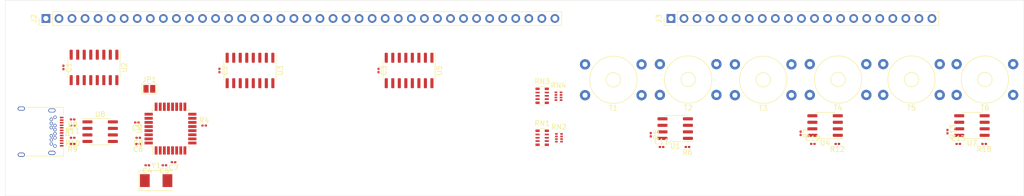
<source format=kicad_pcb>
(kicad_pcb (version 20171130) (host pcbnew "(5.1.4)-1")

  (general
    (thickness 1.6)
    (drawings 4)
    (tracks 0)
    (zones 0)
    (modules 46)
    (nets 87)
  )

  (page A4)
  (layers
    (0 F.Cu signal)
    (31 B.Cu signal)
    (32 B.Adhes user)
    (33 F.Adhes user)
    (34 B.Paste user)
    (35 F.Paste user)
    (36 B.SilkS user)
    (37 F.SilkS user)
    (38 B.Mask user)
    (39 F.Mask user)
    (40 Dwgs.User user)
    (41 Cmts.User user)
    (42 Eco1.User user)
    (43 Eco2.User user)
    (44 Edge.Cuts user)
    (45 Margin user)
    (46 B.CrtYd user)
    (47 F.CrtYd user)
    (48 B.Fab user)
    (49 F.Fab user)
  )

  (setup
    (last_trace_width 0.25)
    (trace_clearance 0.2)
    (zone_clearance 0.508)
    (zone_45_only no)
    (trace_min 0.2)
    (via_size 0.8)
    (via_drill 0.4)
    (via_min_size 0.4)
    (via_min_drill 0.3)
    (uvia_size 0.3)
    (uvia_drill 0.1)
    (uvias_allowed no)
    (uvia_min_size 0.2)
    (uvia_min_drill 0.1)
    (edge_width 0.05)
    (segment_width 0.2)
    (pcb_text_width 0.3)
    (pcb_text_size 1.5 1.5)
    (mod_edge_width 0.12)
    (mod_text_size 1 1)
    (mod_text_width 0.15)
    (pad_size 1.524 1.524)
    (pad_drill 0.762)
    (pad_to_mask_clearance 0.051)
    (solder_mask_min_width 0.25)
    (aux_axis_origin 0 0)
    (visible_elements FFFFFF7F)
    (pcbplotparams
      (layerselection 0x010fc_ffffffff)
      (usegerberextensions false)
      (usegerberattributes false)
      (usegerberadvancedattributes false)
      (creategerberjobfile false)
      (excludeedgelayer true)
      (linewidth 0.100000)
      (plotframeref false)
      (viasonmask false)
      (mode 1)
      (useauxorigin false)
      (hpglpennumber 1)
      (hpglpenspeed 20)
      (hpglpendiameter 15.000000)
      (psnegative false)
      (psa4output false)
      (plotreference true)
      (plotvalue true)
      (plotinvisibletext false)
      (padsonsilk false)
      (subtractmaskfromsilk false)
      (outputformat 1)
      (mirror false)
      (drillshape 1)
      (scaleselection 1)
      (outputdirectory ""))
  )

  (net 0 "")
  (net 1 +5V)
  (net 2 GND)
  (net 3 GNDREF)
  (net 4 /OUT1)
  (net 5 /OUT2)
  (net 6 /OUT3)
  (net 7 /OUT4)
  (net 8 /OUT5)
  (net 9 /OUT6)
  (net 10 /COL1)
  (net 11 /COL2)
  (net 12 /COL3)
  (net 13 /COL4)
  (net 14 /COL5)
  (net 15 /COL6)
  (net 16 /COL7)
  (net 17 /COL8)
  (net 18 /COL9)
  (net 19 /COL10)
  (net 20 /COL11)
  (net 21 /COL12)
  (net 22 /COL13)
  (net 23 /COL14)
  (net 24 /COL15)
  (net 25 /COL16)
  (net 26 /COL17)
  (net 27 /COL18)
  (net 28 /COL19)
  (net 29 /COL20)
  (net 30 /ROW1+)
  (net 31 /ROW1-)
  (net 32 /ROW2+)
  (net 33 /ROW2-)
  (net 34 /ROW3+)
  (net 35 /ROW3-)
  (net 36 /ROW4+)
  (net 37 /ROW4-)
  (net 38 /ROW5+)
  (net 39 /ROW5-)
  (net 40 /ROW6+)
  (net 41 /ROW6-)
  (net 42 "Net-(RN1-Pad6)")
  (net 43 "Net-(RN1-Pad9)")
  (net 44 "Net-(RN1-Pad8)")
  (net 45 "Net-(RN3-Pad8)")
  (net 46 "Net-(RN3-Pad6)")
  (net 47 "Net-(RN3-Pad9)")
  (net 48 /ROW1)
  (net 49 /ROW2)
  (net 50 /ROW4)
  (net 51 /ROW3)
  (net 52 /ROW6)
  (net 53 /ROW5)
  (net 54 /CROWREFDAC1)
  (net 55 /CROWREFDAC2)
  (net 56 /CROWREFDAC4)
  (net 57 /CROWREFDAC3)
  (net 58 /CROWREF)
  (net 59 /TROWREF)
  (net 60 /TROWREFDAC3)
  (net 61 /TROWREFDAC4)
  (net 62 /TROWREFDAC2)
  (net 63 /TROWREFDAC1)
  (net 64 /CLOCK)
  (net 65 /SDI)
  (net 66 /LE)
  (net 67 /~OE)
  (net 68 /COL21)
  (net 69 /COL22)
  (net 70 /COL23)
  (net 71 /COL24)
  (net 72 /STAGE1)
  (net 73 /STAGE2)
  (net 74 /X-)
  (net 75 /X+)
  (net 76 "Net-(C9-Pad1)")
  (net 77 "Net-(JP1-Pad2)")
  (net 78 "Net-(P1-PadA5)")
  (net 79 "Net-(P1-PadA6)")
  (net 80 "Net-(P1-PadA7)")
  (net 81 "Net-(P1-PadB5)")
  (net 82 "Net-(R4-Pad1)")
  (net 83 "Net-(R10-Pad1)")
  (net 84 "Net-(R11-Pad1)")
  (net 85 /D+)
  (net 86 /D-)

  (net_class Default "This is the default net class."
    (clearance 0.2)
    (trace_width 0.25)
    (via_dia 0.8)
    (via_drill 0.4)
    (uvia_dia 0.3)
    (uvia_drill 0.1)
    (add_net +5V)
    (add_net /CLOCK)
    (add_net /COL1)
    (add_net /COL10)
    (add_net /COL11)
    (add_net /COL12)
    (add_net /COL13)
    (add_net /COL14)
    (add_net /COL15)
    (add_net /COL16)
    (add_net /COL17)
    (add_net /COL18)
    (add_net /COL19)
    (add_net /COL2)
    (add_net /COL20)
    (add_net /COL21)
    (add_net /COL22)
    (add_net /COL23)
    (add_net /COL24)
    (add_net /COL3)
    (add_net /COL4)
    (add_net /COL5)
    (add_net /COL6)
    (add_net /COL7)
    (add_net /COL8)
    (add_net /COL9)
    (add_net /CROWREF)
    (add_net /CROWREFDAC1)
    (add_net /CROWREFDAC2)
    (add_net /CROWREFDAC3)
    (add_net /CROWREFDAC4)
    (add_net /D+)
    (add_net /D-)
    (add_net /LE)
    (add_net /OUT1)
    (add_net /OUT2)
    (add_net /OUT3)
    (add_net /OUT4)
    (add_net /OUT5)
    (add_net /OUT6)
    (add_net /ROW1)
    (add_net /ROW1+)
    (add_net /ROW1-)
    (add_net /ROW2)
    (add_net /ROW2+)
    (add_net /ROW2-)
    (add_net /ROW3)
    (add_net /ROW3+)
    (add_net /ROW3-)
    (add_net /ROW4)
    (add_net /ROW4+)
    (add_net /ROW4-)
    (add_net /ROW5)
    (add_net /ROW5+)
    (add_net /ROW5-)
    (add_net /ROW6)
    (add_net /ROW6+)
    (add_net /ROW6-)
    (add_net /SDI)
    (add_net /STAGE1)
    (add_net /STAGE2)
    (add_net /TROWREF)
    (add_net /TROWREFDAC1)
    (add_net /TROWREFDAC2)
    (add_net /TROWREFDAC3)
    (add_net /TROWREFDAC4)
    (add_net /X+)
    (add_net /X-)
    (add_net /~OE)
    (add_net GND)
    (add_net GNDREF)
    (add_net "Net-(C9-Pad1)")
    (add_net "Net-(JP1-Pad2)")
    (add_net "Net-(P1-PadA5)")
    (add_net "Net-(P1-PadA6)")
    (add_net "Net-(P1-PadA7)")
    (add_net "Net-(P1-PadB5)")
    (add_net "Net-(R10-Pad1)")
    (add_net "Net-(R11-Pad1)")
    (add_net "Net-(R4-Pad1)")
    (add_net "Net-(RN1-Pad6)")
    (add_net "Net-(RN1-Pad8)")
    (add_net "Net-(RN1-Pad9)")
    (add_net "Net-(RN3-Pad6)")
    (add_net "Net-(RN3-Pad8)")
    (add_net "Net-(RN3-Pad9)")
  )

  (module Connector_PinHeader_2.54mm:PinHeader_1x21_P2.54mm_Vertical (layer F.Cu) (tedit 59FED5CC) (tstamp 5E2F2E35)
    (at 168.235473 75.604751 90)
    (descr "Through hole straight pin header, 1x21, 2.54mm pitch, single row")
    (tags "Through hole pin header THT 1x21 2.54mm single row")
    (path /5EF0243E)
    (fp_text reference J3 (at 0 -2.33 90) (layer F.SilkS)
      (effects (font (size 1 1) (thickness 0.15)))
    )
    (fp_text value ROW (at 0 53.13 90) (layer F.Fab)
      (effects (font (size 1 1) (thickness 0.15)))
    )
    (fp_line (start -0.635 -1.27) (end 1.27 -1.27) (layer F.Fab) (width 0.1))
    (fp_line (start 1.27 -1.27) (end 1.27 52.07) (layer F.Fab) (width 0.1))
    (fp_line (start 1.27 52.07) (end -1.27 52.07) (layer F.Fab) (width 0.1))
    (fp_line (start -1.27 52.07) (end -1.27 -0.635) (layer F.Fab) (width 0.1))
    (fp_line (start -1.27 -0.635) (end -0.635 -1.27) (layer F.Fab) (width 0.1))
    (fp_line (start -1.33 52.13) (end 1.33 52.13) (layer F.SilkS) (width 0.12))
    (fp_line (start -1.33 1.27) (end -1.33 52.13) (layer F.SilkS) (width 0.12))
    (fp_line (start 1.33 1.27) (end 1.33 52.13) (layer F.SilkS) (width 0.12))
    (fp_line (start -1.33 1.27) (end 1.33 1.27) (layer F.SilkS) (width 0.12))
    (fp_line (start -1.33 0) (end -1.33 -1.33) (layer F.SilkS) (width 0.12))
    (fp_line (start -1.33 -1.33) (end 0 -1.33) (layer F.SilkS) (width 0.12))
    (fp_line (start -1.8 -1.8) (end -1.8 52.6) (layer F.CrtYd) (width 0.05))
    (fp_line (start -1.8 52.6) (end 1.8 52.6) (layer F.CrtYd) (width 0.05))
    (fp_line (start 1.8 52.6) (end 1.8 -1.8) (layer F.CrtYd) (width 0.05))
    (fp_line (start 1.8 -1.8) (end -1.8 -1.8) (layer F.CrtYd) (width 0.05))
    (fp_text user %R (at 0 25.4) (layer F.Fab)
      (effects (font (size 1 1) (thickness 0.15)))
    )
    (pad 1 thru_hole rect (at 0 0 90) (size 1.7 1.7) (drill 1) (layers *.Cu *.Mask)
      (net 3 GNDREF))
    (pad 2 thru_hole oval (at 0 2.54 90) (size 1.7 1.7) (drill 1) (layers *.Cu *.Mask)
      (net 3 GNDREF))
    (pad 3 thru_hole oval (at 0 5.08 90) (size 1.7 1.7) (drill 1) (layers *.Cu *.Mask)
      (net 30 /ROW1+))
    (pad 4 thru_hole oval (at 0 7.62 90) (size 1.7 1.7) (drill 1) (layers *.Cu *.Mask)
      (net 31 /ROW1-))
    (pad 5 thru_hole oval (at 0 10.16 90) (size 1.7 1.7) (drill 1) (layers *.Cu *.Mask)
      (net 3 GNDREF))
    (pad 6 thru_hole oval (at 0 12.7 90) (size 1.7 1.7) (drill 1) (layers *.Cu *.Mask)
      (net 32 /ROW2+))
    (pad 7 thru_hole oval (at 0 15.24 90) (size 1.7 1.7) (drill 1) (layers *.Cu *.Mask)
      (net 33 /ROW2-))
    (pad 8 thru_hole oval (at 0 17.78 90) (size 1.7 1.7) (drill 1) (layers *.Cu *.Mask)
      (net 3 GNDREF))
    (pad 9 thru_hole oval (at 0 20.32 90) (size 1.7 1.7) (drill 1) (layers *.Cu *.Mask)
      (net 34 /ROW3+))
    (pad 10 thru_hole oval (at 0 22.86 90) (size 1.7 1.7) (drill 1) (layers *.Cu *.Mask)
      (net 35 /ROW3-))
    (pad 11 thru_hole oval (at 0 25.4 90) (size 1.7 1.7) (drill 1) (layers *.Cu *.Mask)
      (net 3 GNDREF))
    (pad 12 thru_hole oval (at 0 27.94 90) (size 1.7 1.7) (drill 1) (layers *.Cu *.Mask)
      (net 36 /ROW4+))
    (pad 13 thru_hole oval (at 0 30.48 90) (size 1.7 1.7) (drill 1) (layers *.Cu *.Mask)
      (net 37 /ROW4-))
    (pad 14 thru_hole oval (at 0 33.02 90) (size 1.7 1.7) (drill 1) (layers *.Cu *.Mask)
      (net 3 GNDREF))
    (pad 15 thru_hole oval (at 0 35.56 90) (size 1.7 1.7) (drill 1) (layers *.Cu *.Mask)
      (net 38 /ROW5+))
    (pad 16 thru_hole oval (at 0 38.1 90) (size 1.7 1.7) (drill 1) (layers *.Cu *.Mask)
      (net 39 /ROW5-))
    (pad 17 thru_hole oval (at 0 40.64 90) (size 1.7 1.7) (drill 1) (layers *.Cu *.Mask)
      (net 3 GNDREF))
    (pad 18 thru_hole oval (at 0 43.18 90) (size 1.7 1.7) (drill 1) (layers *.Cu *.Mask)
      (net 40 /ROW6+))
    (pad 19 thru_hole oval (at 0 45.72 90) (size 1.7 1.7) (drill 1) (layers *.Cu *.Mask)
      (net 41 /ROW6-))
    (pad 20 thru_hole oval (at 0 48.26 90) (size 1.7 1.7) (drill 1) (layers *.Cu *.Mask)
      (net 3 GNDREF))
    (pad 21 thru_hole oval (at 0 50.8 90) (size 1.7 1.7) (drill 1) (layers *.Cu *.Mask)
      (net 3 GNDREF))
    (model ${KISYS3DMOD}/Connector_PinHeader_2.54mm.3dshapes/PinHeader_1x21_P2.54mm_Vertical.wrl
      (at (xyz 0 0 0))
      (scale (xyz 1 1 1))
      (rotate (xyz 0 0 0))
    )
  )

  (module Capacitor_SMD:C_0201_0603Metric (layer F.Cu) (tedit 5B301BBE) (tstamp 5E2ED50D)
    (at 50.006292 85.129759 270)
    (descr "Capacitor SMD 0201 (0603 Metric), square (rectangular) end terminal, IPC_7351 nominal, (Body size source: https://www.vishay.com/docs/20052/crcw0201e3.pdf), generated with kicad-footprint-generator")
    (tags capacitor)
    (path /5E2B624C)
    (attr smd)
    (fp_text reference C1 (at 0 -1.05 90) (layer F.SilkS)
      (effects (font (size 1 1) (thickness 0.15)))
    )
    (fp_text value 0U1 (at 0 1.05 90) (layer F.Fab)
      (effects (font (size 1 1) (thickness 0.15)))
    )
    (fp_line (start -0.3 0.15) (end -0.3 -0.15) (layer F.Fab) (width 0.1))
    (fp_line (start -0.3 -0.15) (end 0.3 -0.15) (layer F.Fab) (width 0.1))
    (fp_line (start 0.3 -0.15) (end 0.3 0.15) (layer F.Fab) (width 0.1))
    (fp_line (start 0.3 0.15) (end -0.3 0.15) (layer F.Fab) (width 0.1))
    (fp_line (start -0.7 0.35) (end -0.7 -0.35) (layer F.CrtYd) (width 0.05))
    (fp_line (start -0.7 -0.35) (end 0.7 -0.35) (layer F.CrtYd) (width 0.05))
    (fp_line (start 0.7 -0.35) (end 0.7 0.35) (layer F.CrtYd) (width 0.05))
    (fp_line (start 0.7 0.35) (end -0.7 0.35) (layer F.CrtYd) (width 0.05))
    (fp_text user %R (at 0 -0.68 90) (layer F.Fab)
      (effects (font (size 0.25 0.25) (thickness 0.04)))
    )
    (pad "" smd roundrect (at -0.345 0 270) (size 0.318 0.36) (layers F.Paste) (roundrect_rratio 0.25))
    (pad "" smd roundrect (at 0.345 0 270) (size 0.318 0.36) (layers F.Paste) (roundrect_rratio 0.25))
    (pad 1 smd roundrect (at -0.32 0 270) (size 0.46 0.4) (layers F.Cu F.Mask) (roundrect_rratio 0.25)
      (net 1 +5V))
    (pad 2 smd roundrect (at 0.32 0 270) (size 0.46 0.4) (layers F.Cu F.Mask) (roundrect_rratio 0.25)
      (net 2 GND))
    (model ${KISYS3DMOD}/Capacitor_SMD.3dshapes/C_0201_0603Metric.wrl
      (at (xyz 0 0 0))
      (scale (xyz 1 1 1))
      (rotate (xyz 0 0 0))
    )
  )

  (module Capacitor_SMD:C_0201_0603Metric (layer F.Cu) (tedit 5B301BBE) (tstamp 5E2E5707)
    (at 80.367255 85.725072 270)
    (descr "Capacitor SMD 0201 (0603 Metric), square (rectangular) end terminal, IPC_7351 nominal, (Body size source: https://www.vishay.com/docs/20052/crcw0201e3.pdf), generated with kicad-footprint-generator")
    (tags capacitor)
    (path /5E938C90)
    (attr smd)
    (fp_text reference C2 (at 0 -1.05 90) (layer F.SilkS)
      (effects (font (size 1 1) (thickness 0.15)))
    )
    (fp_text value 0U1 (at 0 1.05 90) (layer F.Fab)
      (effects (font (size 1 1) (thickness 0.15)))
    )
    (fp_text user %R (at 0 -0.68 90) (layer F.Fab)
      (effects (font (size 0.25 0.25) (thickness 0.04)))
    )
    (fp_line (start 0.7 0.35) (end -0.7 0.35) (layer F.CrtYd) (width 0.05))
    (fp_line (start 0.7 -0.35) (end 0.7 0.35) (layer F.CrtYd) (width 0.05))
    (fp_line (start -0.7 -0.35) (end 0.7 -0.35) (layer F.CrtYd) (width 0.05))
    (fp_line (start -0.7 0.35) (end -0.7 -0.35) (layer F.CrtYd) (width 0.05))
    (fp_line (start 0.3 0.15) (end -0.3 0.15) (layer F.Fab) (width 0.1))
    (fp_line (start 0.3 -0.15) (end 0.3 0.15) (layer F.Fab) (width 0.1))
    (fp_line (start -0.3 -0.15) (end 0.3 -0.15) (layer F.Fab) (width 0.1))
    (fp_line (start -0.3 0.15) (end -0.3 -0.15) (layer F.Fab) (width 0.1))
    (pad 2 smd roundrect (at 0.32 0 270) (size 0.46 0.4) (layers F.Cu F.Mask) (roundrect_rratio 0.25)
      (net 2 GND))
    (pad 1 smd roundrect (at -0.32 0 270) (size 0.46 0.4) (layers F.Cu F.Mask) (roundrect_rratio 0.25)
      (net 1 +5V))
    (pad "" smd roundrect (at 0.345 0 270) (size 0.318 0.36) (layers F.Paste) (roundrect_rratio 0.25))
    (pad "" smd roundrect (at -0.345 0 270) (size 0.318 0.36) (layers F.Paste) (roundrect_rratio 0.25))
    (model ${KISYS3DMOD}/Capacitor_SMD.3dshapes/C_0201_0603Metric.wrl
      (at (xyz 0 0 0))
      (scale (xyz 1 1 1))
      (rotate (xyz 0 0 0))
    )
  )

  (module Capacitor_SMD:C_0201_0603Metric (layer F.Cu) (tedit 5B301BBE) (tstamp 5E2ED0FD)
    (at 111.323531 85.725072 270)
    (descr "Capacitor SMD 0201 (0603 Metric), square (rectangular) end terminal, IPC_7351 nominal, (Body size source: https://www.vishay.com/docs/20052/crcw0201e3.pdf), generated with kicad-footprint-generator")
    (tags capacitor)
    (path /5E8F2220)
    (attr smd)
    (fp_text reference C3 (at 0 -1.05 90) (layer F.SilkS)
      (effects (font (size 1 1) (thickness 0.15)))
    )
    (fp_text value 0U1 (at 0 1.05 90) (layer F.Fab)
      (effects (font (size 1 1) (thickness 0.15)))
    )
    (fp_text user %R (at 0 -0.68 90) (layer F.Fab)
      (effects (font (size 0.25 0.25) (thickness 0.04)))
    )
    (fp_line (start 0.7 0.35) (end -0.7 0.35) (layer F.CrtYd) (width 0.05))
    (fp_line (start 0.7 -0.35) (end 0.7 0.35) (layer F.CrtYd) (width 0.05))
    (fp_line (start -0.7 -0.35) (end 0.7 -0.35) (layer F.CrtYd) (width 0.05))
    (fp_line (start -0.7 0.35) (end -0.7 -0.35) (layer F.CrtYd) (width 0.05))
    (fp_line (start 0.3 0.15) (end -0.3 0.15) (layer F.Fab) (width 0.1))
    (fp_line (start 0.3 -0.15) (end 0.3 0.15) (layer F.Fab) (width 0.1))
    (fp_line (start -0.3 -0.15) (end 0.3 -0.15) (layer F.Fab) (width 0.1))
    (fp_line (start -0.3 0.15) (end -0.3 -0.15) (layer F.Fab) (width 0.1))
    (pad 2 smd roundrect (at 0.32 0 270) (size 0.46 0.4) (layers F.Cu F.Mask) (roundrect_rratio 0.25)
      (net 2 GND))
    (pad 1 smd roundrect (at -0.32 0 270) (size 0.46 0.4) (layers F.Cu F.Mask) (roundrect_rratio 0.25)
      (net 1 +5V))
    (pad "" smd roundrect (at 0.345 0 270) (size 0.318 0.36) (layers F.Paste) (roundrect_rratio 0.25))
    (pad "" smd roundrect (at -0.345 0 270) (size 0.318 0.36) (layers F.Paste) (roundrect_rratio 0.25))
    (model ${KISYS3DMOD}/Capacitor_SMD.3dshapes/C_0201_0603Metric.wrl
      (at (xyz 0 0 0))
      (scale (xyz 1 1 1))
      (rotate (xyz 0 0 0))
    )
  )

  (module Capacitor_SMD:C_0201_0603Metric (layer F.Cu) (tedit 5B301BBE) (tstamp 5E2EFE60)
    (at 166.412327 100.607897)
    (descr "Capacitor SMD 0201 (0603 Metric), square (rectangular) end terminal, IPC_7351 nominal, (Body size source: https://www.vishay.com/docs/20052/crcw0201e3.pdf), generated with kicad-footprint-generator")
    (tags capacitor)
    (path /5EA1F3C8)
    (attr smd)
    (fp_text reference C11 (at 0 -1.05) (layer F.SilkS)
      (effects (font (size 1 1) (thickness 0.15)))
    )
    (fp_text value 0U1 (at 0 1.05) (layer F.Fab)
      (effects (font (size 1 1) (thickness 0.15)))
    )
    (fp_line (start -0.3 0.15) (end -0.3 -0.15) (layer F.Fab) (width 0.1))
    (fp_line (start -0.3 -0.15) (end 0.3 -0.15) (layer F.Fab) (width 0.1))
    (fp_line (start 0.3 -0.15) (end 0.3 0.15) (layer F.Fab) (width 0.1))
    (fp_line (start 0.3 0.15) (end -0.3 0.15) (layer F.Fab) (width 0.1))
    (fp_line (start -0.7 0.35) (end -0.7 -0.35) (layer F.CrtYd) (width 0.05))
    (fp_line (start -0.7 -0.35) (end 0.7 -0.35) (layer F.CrtYd) (width 0.05))
    (fp_line (start 0.7 -0.35) (end 0.7 0.35) (layer F.CrtYd) (width 0.05))
    (fp_line (start 0.7 0.35) (end -0.7 0.35) (layer F.CrtYd) (width 0.05))
    (fp_text user %R (at 0 -0.68) (layer F.Fab)
      (effects (font (size 0.25 0.25) (thickness 0.04)))
    )
    (pad "" smd roundrect (at -0.345 0) (size 0.318 0.36) (layers F.Paste) (roundrect_rratio 0.25))
    (pad "" smd roundrect (at 0.345 0) (size 0.318 0.36) (layers F.Paste) (roundrect_rratio 0.25))
    (pad 1 smd roundrect (at -0.32 0) (size 0.46 0.4) (layers F.Cu F.Mask) (roundrect_rratio 0.25)
      (net 1 +5V))
    (pad 2 smd roundrect (at 0.32 0) (size 0.46 0.4) (layers F.Cu F.Mask) (roundrect_rratio 0.25)
      (net 2 GND))
    (model ${KISYS3DMOD}/Capacitor_SMD.3dshapes/C_0201_0603Metric.wrl
      (at (xyz 0 0 0))
      (scale (xyz 1 1 1))
      (rotate (xyz 0 0 0))
    )
  )

  (module Capacitor_SMD:C_0201_0603Metric (layer F.Cu) (tedit 5B301BBE) (tstamp 5E2EE573)
    (at 195.857977 100.012584)
    (descr "Capacitor SMD 0201 (0603 Metric), square (rectangular) end terminal, IPC_7351 nominal, (Body size source: https://www.vishay.com/docs/20052/crcw0201e3.pdf), generated with kicad-footprint-generator")
    (tags capacitor)
    (path /5EA884AE)
    (attr smd)
    (fp_text reference C12 (at 0 -1.05) (layer F.SilkS)
      (effects (font (size 1 1) (thickness 0.15)))
    )
    (fp_text value 0U1 (at 0 1.05) (layer F.Fab)
      (effects (font (size 1 1) (thickness 0.15)))
    )
    (fp_text user %R (at 0 -0.68) (layer F.Fab)
      (effects (font (size 0.25 0.25) (thickness 0.04)))
    )
    (fp_line (start 0.7 0.35) (end -0.7 0.35) (layer F.CrtYd) (width 0.05))
    (fp_line (start 0.7 -0.35) (end 0.7 0.35) (layer F.CrtYd) (width 0.05))
    (fp_line (start -0.7 -0.35) (end 0.7 -0.35) (layer F.CrtYd) (width 0.05))
    (fp_line (start -0.7 0.35) (end -0.7 -0.35) (layer F.CrtYd) (width 0.05))
    (fp_line (start 0.3 0.15) (end -0.3 0.15) (layer F.Fab) (width 0.1))
    (fp_line (start 0.3 -0.15) (end 0.3 0.15) (layer F.Fab) (width 0.1))
    (fp_line (start -0.3 -0.15) (end 0.3 -0.15) (layer F.Fab) (width 0.1))
    (fp_line (start -0.3 0.15) (end -0.3 -0.15) (layer F.Fab) (width 0.1))
    (pad 2 smd roundrect (at 0.32 0) (size 0.46 0.4) (layers F.Cu F.Mask) (roundrect_rratio 0.25)
      (net 2 GND))
    (pad 1 smd roundrect (at -0.32 0) (size 0.46 0.4) (layers F.Cu F.Mask) (roundrect_rratio 0.25)
      (net 1 +5V))
    (pad "" smd roundrect (at 0.345 0) (size 0.318 0.36) (layers F.Paste) (roundrect_rratio 0.25))
    (pad "" smd roundrect (at -0.345 0) (size 0.318 0.36) (layers F.Paste) (roundrect_rratio 0.25))
    (model ${KISYS3DMOD}/Capacitor_SMD.3dshapes/C_0201_0603Metric.wrl
      (at (xyz 0 0 0))
      (scale (xyz 1 1 1))
      (rotate (xyz 0 0 0))
    )
  )

  (module Capacitor_SMD:C_0201_0603Metric (layer F.Cu) (tedit 5B301BBE) (tstamp 5E2EFEC0)
    (at 224.157688 100.012584)
    (descr "Capacitor SMD 0201 (0603 Metric), square (rectangular) end terminal, IPC_7351 nominal, (Body size source: https://www.vishay.com/docs/20052/crcw0201e3.pdf), generated with kicad-footprint-generator")
    (tags capacitor)
    (path /5EA8F8BF)
    (attr smd)
    (fp_text reference C13 (at 0 -1.05) (layer F.SilkS)
      (effects (font (size 1 1) (thickness 0.15)))
    )
    (fp_text value 0U1 (at 0 1.05) (layer F.Fab)
      (effects (font (size 1 1) (thickness 0.15)))
    )
    (fp_line (start -0.3 0.15) (end -0.3 -0.15) (layer F.Fab) (width 0.1))
    (fp_line (start -0.3 -0.15) (end 0.3 -0.15) (layer F.Fab) (width 0.1))
    (fp_line (start 0.3 -0.15) (end 0.3 0.15) (layer F.Fab) (width 0.1))
    (fp_line (start 0.3 0.15) (end -0.3 0.15) (layer F.Fab) (width 0.1))
    (fp_line (start -0.7 0.35) (end -0.7 -0.35) (layer F.CrtYd) (width 0.05))
    (fp_line (start -0.7 -0.35) (end 0.7 -0.35) (layer F.CrtYd) (width 0.05))
    (fp_line (start 0.7 -0.35) (end 0.7 0.35) (layer F.CrtYd) (width 0.05))
    (fp_line (start 0.7 0.35) (end -0.7 0.35) (layer F.CrtYd) (width 0.05))
    (fp_text user %R (at 0 -0.68) (layer F.Fab)
      (effects (font (size 0.25 0.25) (thickness 0.04)))
    )
    (pad "" smd roundrect (at -0.345 0) (size 0.318 0.36) (layers F.Paste) (roundrect_rratio 0.25))
    (pad "" smd roundrect (at 0.345 0) (size 0.318 0.36) (layers F.Paste) (roundrect_rratio 0.25))
    (pad 1 smd roundrect (at -0.32 0) (size 0.46 0.4) (layers F.Cu F.Mask) (roundrect_rratio 0.25)
      (net 1 +5V))
    (pad 2 smd roundrect (at 0.32 0) (size 0.46 0.4) (layers F.Cu F.Mask) (roundrect_rratio 0.25)
      (net 2 GND))
    (model ${KISYS3DMOD}/Capacitor_SMD.3dshapes/C_0201_0603Metric.wrl
      (at (xyz 0 0 0))
      (scale (xyz 1 1 1))
      (rotate (xyz 0 0 0))
    )
  )

  (module Resistor_SMD:R_0201_0603Metric (layer F.Cu) (tedit 5B301BBD) (tstamp 5E2EFF20)
    (at 164.306388 98.226645 270)
    (descr "Resistor SMD 0201 (0603 Metric), square (rectangular) end terminal, IPC_7351 nominal, (Body size source: https://www.vishay.com/docs/20052/crcw0201e3.pdf), generated with kicad-footprint-generator")
    (tags resistor)
    (path /5EC8AF24)
    (attr smd)
    (fp_text reference R5 (at 0 -1.05 90) (layer F.SilkS)
      (effects (font (size 1 1) (thickness 0.15)))
    )
    (fp_text value 10K (at 0 1.05 90) (layer F.Fab)
      (effects (font (size 1 1) (thickness 0.15)))
    )
    (fp_text user %R (at 0 -0.68 90) (layer F.Fab)
      (effects (font (size 0.25 0.25) (thickness 0.04)))
    )
    (fp_line (start 0.7 0.35) (end -0.7 0.35) (layer F.CrtYd) (width 0.05))
    (fp_line (start 0.7 -0.35) (end 0.7 0.35) (layer F.CrtYd) (width 0.05))
    (fp_line (start -0.7 -0.35) (end 0.7 -0.35) (layer F.CrtYd) (width 0.05))
    (fp_line (start -0.7 0.35) (end -0.7 -0.35) (layer F.CrtYd) (width 0.05))
    (fp_line (start 0.3 0.15) (end -0.3 0.15) (layer F.Fab) (width 0.1))
    (fp_line (start 0.3 -0.15) (end 0.3 0.15) (layer F.Fab) (width 0.1))
    (fp_line (start -0.3 -0.15) (end 0.3 -0.15) (layer F.Fab) (width 0.1))
    (fp_line (start -0.3 0.15) (end -0.3 -0.15) (layer F.Fab) (width 0.1))
    (pad 2 smd roundrect (at 0.32 0 270) (size 0.46 0.4) (layers F.Cu F.Mask) (roundrect_rratio 0.25)
      (net 1 +5V))
    (pad 1 smd roundrect (at -0.32 0 270) (size 0.46 0.4) (layers F.Cu F.Mask) (roundrect_rratio 0.25)
      (net 9 /OUT6))
    (pad "" smd roundrect (at 0.345 0 270) (size 0.318 0.36) (layers F.Paste) (roundrect_rratio 0.25))
    (pad "" smd roundrect (at -0.345 0 270) (size 0.318 0.36) (layers F.Paste) (roundrect_rratio 0.25))
    (model ${KISYS3DMOD}/Resistor_SMD.3dshapes/R_0201_0603Metric.wrl
      (at (xyz 0 0 0))
      (scale (xyz 1 1 1))
      (rotate (xyz 0 0 0))
    )
  )

  (module Resistor_SMD:R_0201_0603Metric (layer F.Cu) (tedit 5B301BBD) (tstamp 5E2EFE30)
    (at 171.450144 100.607897 180)
    (descr "Resistor SMD 0201 (0603 Metric), square (rectangular) end terminal, IPC_7351 nominal, (Body size source: https://www.vishay.com/docs/20052/crcw0201e3.pdf), generated with kicad-footprint-generator")
    (tags resistor)
    (path /5EC8ADDE)
    (attr smd)
    (fp_text reference R6 (at 0 -1.05) (layer F.SilkS)
      (effects (font (size 1 1) (thickness 0.15)))
    )
    (fp_text value 10K (at 0 1.05) (layer F.Fab)
      (effects (font (size 1 1) (thickness 0.15)))
    )
    (fp_line (start -0.3 0.15) (end -0.3 -0.15) (layer F.Fab) (width 0.1))
    (fp_line (start -0.3 -0.15) (end 0.3 -0.15) (layer F.Fab) (width 0.1))
    (fp_line (start 0.3 -0.15) (end 0.3 0.15) (layer F.Fab) (width 0.1))
    (fp_line (start 0.3 0.15) (end -0.3 0.15) (layer F.Fab) (width 0.1))
    (fp_line (start -0.7 0.35) (end -0.7 -0.35) (layer F.CrtYd) (width 0.05))
    (fp_line (start -0.7 -0.35) (end 0.7 -0.35) (layer F.CrtYd) (width 0.05))
    (fp_line (start 0.7 -0.35) (end 0.7 0.35) (layer F.CrtYd) (width 0.05))
    (fp_line (start 0.7 0.35) (end -0.7 0.35) (layer F.CrtYd) (width 0.05))
    (fp_text user %R (at 0 -0.68) (layer F.Fab)
      (effects (font (size 0.25 0.25) (thickness 0.04)))
    )
    (pad "" smd roundrect (at -0.345 0 180) (size 0.318 0.36) (layers F.Paste) (roundrect_rratio 0.25))
    (pad "" smd roundrect (at 0.345 0 180) (size 0.318 0.36) (layers F.Paste) (roundrect_rratio 0.25))
    (pad 1 smd roundrect (at -0.32 0 180) (size 0.46 0.4) (layers F.Cu F.Mask) (roundrect_rratio 0.25)
      (net 8 /OUT5))
    (pad 2 smd roundrect (at 0.32 0 180) (size 0.46 0.4) (layers F.Cu F.Mask) (roundrect_rratio 0.25)
      (net 1 +5V))
    (model ${KISYS3DMOD}/Resistor_SMD.3dshapes/R_0201_0603Metric.wrl
      (at (xyz 0 0 0))
      (scale (xyz 1 1 1))
      (rotate (xyz 0 0 0))
    )
  )

  (module Resistor_SMD:R_0201_0603Metric (layer F.Cu) (tedit 5B301BBD) (tstamp 5E2EE3EA)
    (at 193.476725 97.951332 270)
    (descr "Resistor SMD 0201 (0603 Metric), square (rectangular) end terminal, IPC_7351 nominal, (Body size source: https://www.vishay.com/docs/20052/crcw0201e3.pdf), generated with kicad-footprint-generator")
    (tags resistor)
    (path /5EC8ABF3)
    (attr smd)
    (fp_text reference R7 (at 0 -1.05 90) (layer F.SilkS)
      (effects (font (size 1 1) (thickness 0.15)))
    )
    (fp_text value 10K (at 0 1.05 90) (layer F.Fab)
      (effects (font (size 1 1) (thickness 0.15)))
    )
    (fp_text user %R (at 0 -0.68 90) (layer F.Fab)
      (effects (font (size 0.25 0.25) (thickness 0.04)))
    )
    (fp_line (start 0.7 0.35) (end -0.7 0.35) (layer F.CrtYd) (width 0.05))
    (fp_line (start 0.7 -0.35) (end 0.7 0.35) (layer F.CrtYd) (width 0.05))
    (fp_line (start -0.7 -0.35) (end 0.7 -0.35) (layer F.CrtYd) (width 0.05))
    (fp_line (start -0.7 0.35) (end -0.7 -0.35) (layer F.CrtYd) (width 0.05))
    (fp_line (start 0.3 0.15) (end -0.3 0.15) (layer F.Fab) (width 0.1))
    (fp_line (start 0.3 -0.15) (end 0.3 0.15) (layer F.Fab) (width 0.1))
    (fp_line (start -0.3 -0.15) (end 0.3 -0.15) (layer F.Fab) (width 0.1))
    (fp_line (start -0.3 0.15) (end -0.3 -0.15) (layer F.Fab) (width 0.1))
    (pad 2 smd roundrect (at 0.32 0 270) (size 0.46 0.4) (layers F.Cu F.Mask) (roundrect_rratio 0.25)
      (net 1 +5V))
    (pad 1 smd roundrect (at -0.32 0 270) (size 0.46 0.4) (layers F.Cu F.Mask) (roundrect_rratio 0.25)
      (net 7 /OUT4))
    (pad "" smd roundrect (at 0.345 0 270) (size 0.318 0.36) (layers F.Paste) (roundrect_rratio 0.25))
    (pad "" smd roundrect (at -0.345 0 270) (size 0.318 0.36) (layers F.Paste) (roundrect_rratio 0.25))
    (model ${KISYS3DMOD}/Resistor_SMD.3dshapes/R_0201_0603Metric.wrl
      (at (xyz 0 0 0))
      (scale (xyz 1 1 1))
      (rotate (xyz 0 0 0))
    )
  )

  (module Resistor_SMD:R_0201_0603Metric (layer F.Cu) (tedit 5B301BBD) (tstamp 5E2EE513)
    (at 200.620481 100.012584 180)
    (descr "Resistor SMD 0201 (0603 Metric), square (rectangular) end terminal, IPC_7351 nominal, (Body size source: https://www.vishay.com/docs/20052/crcw0201e3.pdf), generated with kicad-footprint-generator")
    (tags resistor)
    (path /5EC8A914)
    (attr smd)
    (fp_text reference R12 (at 0 -1.05) (layer F.SilkS)
      (effects (font (size 1 1) (thickness 0.15)))
    )
    (fp_text value 10K (at 0 1.05) (layer F.Fab)
      (effects (font (size 1 1) (thickness 0.15)))
    )
    (fp_line (start -0.3 0.15) (end -0.3 -0.15) (layer F.Fab) (width 0.1))
    (fp_line (start -0.3 -0.15) (end 0.3 -0.15) (layer F.Fab) (width 0.1))
    (fp_line (start 0.3 -0.15) (end 0.3 0.15) (layer F.Fab) (width 0.1))
    (fp_line (start 0.3 0.15) (end -0.3 0.15) (layer F.Fab) (width 0.1))
    (fp_line (start -0.7 0.35) (end -0.7 -0.35) (layer F.CrtYd) (width 0.05))
    (fp_line (start -0.7 -0.35) (end 0.7 -0.35) (layer F.CrtYd) (width 0.05))
    (fp_line (start 0.7 -0.35) (end 0.7 0.35) (layer F.CrtYd) (width 0.05))
    (fp_line (start 0.7 0.35) (end -0.7 0.35) (layer F.CrtYd) (width 0.05))
    (fp_text user %R (at 0 -0.68) (layer F.Fab)
      (effects (font (size 0.25 0.25) (thickness 0.04)))
    )
    (pad "" smd roundrect (at -0.345 0 180) (size 0.318 0.36) (layers F.Paste) (roundrect_rratio 0.25))
    (pad "" smd roundrect (at 0.345 0 180) (size 0.318 0.36) (layers F.Paste) (roundrect_rratio 0.25))
    (pad 1 smd roundrect (at -0.32 0 180) (size 0.46 0.4) (layers F.Cu F.Mask) (roundrect_rratio 0.25)
      (net 6 /OUT3))
    (pad 2 smd roundrect (at 0.32 0 180) (size 0.46 0.4) (layers F.Cu F.Mask) (roundrect_rratio 0.25)
      (net 1 +5V))
    (model ${KISYS3DMOD}/Resistor_SMD.3dshapes/R_0201_0603Metric.wrl
      (at (xyz 0 0 0))
      (scale (xyz 1 1 1))
      (rotate (xyz 0 0 0))
    )
  )

  (module Resistor_SMD:R_0201_0603Metric (layer F.Cu) (tedit 5B301BBD) (tstamp 5E2EFEF0)
    (at 222.051749 97.631332 270)
    (descr "Resistor SMD 0201 (0603 Metric), square (rectangular) end terminal, IPC_7351 nominal, (Body size source: https://www.vishay.com/docs/20052/crcw0201e3.pdf), generated with kicad-footprint-generator")
    (tags resistor)
    (path /5EC8A4F2)
    (attr smd)
    (fp_text reference R13 (at 0 -1.05 90) (layer F.SilkS)
      (effects (font (size 1 1) (thickness 0.15)))
    )
    (fp_text value 10K (at 0 1.05 90) (layer F.Fab)
      (effects (font (size 1 1) (thickness 0.15)))
    )
    (fp_text user %R (at 0 -0.68 90) (layer F.Fab)
      (effects (font (size 0.25 0.25) (thickness 0.04)))
    )
    (fp_line (start 0.7 0.35) (end -0.7 0.35) (layer F.CrtYd) (width 0.05))
    (fp_line (start 0.7 -0.35) (end 0.7 0.35) (layer F.CrtYd) (width 0.05))
    (fp_line (start -0.7 -0.35) (end 0.7 -0.35) (layer F.CrtYd) (width 0.05))
    (fp_line (start -0.7 0.35) (end -0.7 -0.35) (layer F.CrtYd) (width 0.05))
    (fp_line (start 0.3 0.15) (end -0.3 0.15) (layer F.Fab) (width 0.1))
    (fp_line (start 0.3 -0.15) (end 0.3 0.15) (layer F.Fab) (width 0.1))
    (fp_line (start -0.3 -0.15) (end 0.3 -0.15) (layer F.Fab) (width 0.1))
    (fp_line (start -0.3 0.15) (end -0.3 -0.15) (layer F.Fab) (width 0.1))
    (pad 2 smd roundrect (at 0.32 0 270) (size 0.46 0.4) (layers F.Cu F.Mask) (roundrect_rratio 0.25)
      (net 1 +5V))
    (pad 1 smd roundrect (at -0.32 0 270) (size 0.46 0.4) (layers F.Cu F.Mask) (roundrect_rratio 0.25)
      (net 5 /OUT2))
    (pad "" smd roundrect (at 0.345 0 270) (size 0.318 0.36) (layers F.Paste) (roundrect_rratio 0.25))
    (pad "" smd roundrect (at -0.345 0 270) (size 0.318 0.36) (layers F.Paste) (roundrect_rratio 0.25))
    (model ${KISYS3DMOD}/Resistor_SMD.3dshapes/R_0201_0603Metric.wrl
      (at (xyz 0 0 0))
      (scale (xyz 1 1 1))
      (rotate (xyz 0 0 0))
    )
  )

  (module Resistor_SMD:R_0201_0603Metric (layer F.Cu) (tedit 5B301BBD) (tstamp 5E2EFE90)
    (at 229.195505 100.012584 180)
    (descr "Resistor SMD 0201 (0603 Metric), square (rectangular) end terminal, IPC_7351 nominal, (Body size source: https://www.vishay.com/docs/20052/crcw0201e3.pdf), generated with kicad-footprint-generator")
    (tags resistor)
    (path /5EA3C411)
    (attr smd)
    (fp_text reference R18 (at 0 -1.05) (layer F.SilkS)
      (effects (font (size 1 1) (thickness 0.15)))
    )
    (fp_text value 10K (at 0 1.05) (layer F.Fab)
      (effects (font (size 1 1) (thickness 0.15)))
    )
    (fp_text user %R (at 0 -0.68) (layer F.Fab)
      (effects (font (size 0.25 0.25) (thickness 0.04)))
    )
    (fp_line (start 0.7 0.35) (end -0.7 0.35) (layer F.CrtYd) (width 0.05))
    (fp_line (start 0.7 -0.35) (end 0.7 0.35) (layer F.CrtYd) (width 0.05))
    (fp_line (start -0.7 -0.35) (end 0.7 -0.35) (layer F.CrtYd) (width 0.05))
    (fp_line (start -0.7 0.35) (end -0.7 -0.35) (layer F.CrtYd) (width 0.05))
    (fp_line (start 0.3 0.15) (end -0.3 0.15) (layer F.Fab) (width 0.1))
    (fp_line (start 0.3 -0.15) (end 0.3 0.15) (layer F.Fab) (width 0.1))
    (fp_line (start -0.3 -0.15) (end 0.3 -0.15) (layer F.Fab) (width 0.1))
    (fp_line (start -0.3 0.15) (end -0.3 -0.15) (layer F.Fab) (width 0.1))
    (pad 2 smd roundrect (at 0.32 0 180) (size 0.46 0.4) (layers F.Cu F.Mask) (roundrect_rratio 0.25)
      (net 1 +5V))
    (pad 1 smd roundrect (at -0.32 0 180) (size 0.46 0.4) (layers F.Cu F.Mask) (roundrect_rratio 0.25)
      (net 4 /OUT1))
    (pad "" smd roundrect (at 0.345 0 180) (size 0.318 0.36) (layers F.Paste) (roundrect_rratio 0.25))
    (pad "" smd roundrect (at -0.345 0 180) (size 0.318 0.36) (layers F.Paste) (roundrect_rratio 0.25))
    (model ${KISYS3DMOD}/Resistor_SMD.3dshapes/R_0201_0603Metric.wrl
      (at (xyz 0 0 0))
      (scale (xyz 1 1 1))
      (rotate (xyz 0 0 0))
    )
  )

  (module Resistor_SMD:R_Array_Convex_5x0603 (layer F.Cu) (tedit 58E0A8CD) (tstamp 5E2EC608)
    (at 143.179807 98.821958)
    (descr "Chip Resistor Network, ROHM MNR15 (see mnr_g.pdf)")
    (tags "resistor array")
    (path /5E403699)
    (attr smd)
    (fp_text reference RN1 (at 0 -2.8) (layer F.SilkS)
      (effects (font (size 1 1) (thickness 0.15)))
    )
    (fp_text value R_Pack05 (at 0 2.8) (layer F.Fab)
      (effects (font (size 1 1) (thickness 0.15)))
    )
    (fp_text user %R (at 0 0 90) (layer F.Fab)
      (effects (font (size 0.5 0.5) (thickness 0.075)))
    )
    (fp_line (start -0.8 -1.7) (end -0.8 1.7) (layer F.Fab) (width 0.1))
    (fp_line (start -0.8 1.7) (end 0.8 1.7) (layer F.Fab) (width 0.1))
    (fp_line (start 0.8 1.7) (end 0.8 -1.7) (layer F.Fab) (width 0.1))
    (fp_line (start 0.8 -1.7) (end -0.8 -1.7) (layer F.Fab) (width 0.1))
    (fp_line (start 0.53 -1.82) (end -0.53 -1.82) (layer F.SilkS) (width 0.12))
    (fp_line (start 0.53 1.82) (end -0.53 1.82) (layer F.SilkS) (width 0.12))
    (fp_line (start -1.55 -1.95) (end 1.55 -1.95) (layer F.CrtYd) (width 0.05))
    (fp_line (start -1.55 -1.95) (end -1.55 1.95) (layer F.CrtYd) (width 0.05))
    (fp_line (start 1.55 1.95) (end 1.55 -1.95) (layer F.CrtYd) (width 0.05))
    (fp_line (start 1.55 1.95) (end -1.55 1.95) (layer F.CrtYd) (width 0.05))
    (pad 1 smd rect (at -0.9 -1.36) (size 0.8 0.48) (layers F.Cu F.Paste F.Mask)
      (net 54 /CROWREFDAC1))
    (pad 2 smd rect (at -0.9 -0.64) (size 0.8 0.32) (layers F.Cu F.Paste F.Mask)
      (net 55 /CROWREFDAC2))
    (pad 5 smd rect (at -0.9 1.36) (size 0.8 0.48) (layers F.Cu F.Paste F.Mask)
      (net 3 GNDREF))
    (pad 4 smd rect (at -0.9 0.64) (size 0.8 0.32) (layers F.Cu F.Paste F.Mask)
      (net 56 /CROWREFDAC4))
    (pad 3 smd rect (at -0.9 0) (size 0.8 0.32) (layers F.Cu F.Paste F.Mask)
      (net 57 /CROWREFDAC3))
    (pad 7 smd rect (at 0.9 0.64) (size 0.8 0.32) (layers F.Cu F.Paste F.Mask)
      (net 42 "Net-(RN1-Pad6)"))
    (pad 10 smd rect (at 0.9 -1.36) (size 0.8 0.48) (layers F.Cu F.Paste F.Mask)
      (net 58 /CROWREF))
    (pad 9 smd rect (at 0.9 -0.64) (size 0.8 0.32) (layers F.Cu F.Paste F.Mask)
      (net 43 "Net-(RN1-Pad9)"))
    (pad 6 smd rect (at 0.9 1.36) (size 0.8 0.48) (layers F.Cu F.Paste F.Mask)
      (net 42 "Net-(RN1-Pad6)"))
    (pad 8 smd rect (at 0.9 0) (size 0.8 0.32) (layers F.Cu F.Paste F.Mask)
      (net 44 "Net-(RN1-Pad8)"))
    (model ${KISYS3DMOD}/Resistor_SMD.3dshapes/R_Array_Convex_5x0603.wrl
      (at (xyz 0 0 0))
      (scale (xyz 1 1 1))
      (rotate (xyz 0 0 0))
    )
  )

  (module Resistor_SMD:R_Array_Concave_4x0402 (layer F.Cu) (tedit 58E0A888) (tstamp 5E2EC64E)
    (at 146.446998 98.821958)
    (descr "Thick Film Chip Resistor Array, Wave soldering, Vishay CRA04P (see cra04p.pdf)")
    (tags "resistor array")
    (path /5E32C5D9)
    (attr smd)
    (fp_text reference RN2 (at 0 -2.1) (layer F.SilkS)
      (effects (font (size 1 1) (thickness 0.15)))
    )
    (fp_text value R_Pack04 (at 0 2.1) (layer F.Fab)
      (effects (font (size 1 1) (thickness 0.15)))
    )
    (fp_text user %R (at 0 0 90) (layer F.Fab)
      (effects (font (size 0.5 0.5) (thickness 0.075)))
    )
    (fp_line (start -0.5 -1) (end 0.5 -1) (layer F.Fab) (width 0.1))
    (fp_line (start 0.5 -1) (end 0.5 1) (layer F.Fab) (width 0.1))
    (fp_line (start 0.5 1) (end -0.5 1) (layer F.Fab) (width 0.1))
    (fp_line (start -0.5 1) (end -0.5 -1) (layer F.Fab) (width 0.1))
    (fp_line (start 0.25 -1.14) (end -0.25 -1.14) (layer F.SilkS) (width 0.12))
    (fp_line (start 0.25 1.14) (end -0.25 1.14) (layer F.SilkS) (width 0.12))
    (fp_line (start -1 -1.25) (end 1 -1.25) (layer F.CrtYd) (width 0.05))
    (fp_line (start -1 -1.25) (end -1 1.25) (layer F.CrtYd) (width 0.05))
    (fp_line (start 1 1.25) (end 1 -1.25) (layer F.CrtYd) (width 0.05))
    (fp_line (start 1 1.25) (end -1 1.25) (layer F.CrtYd) (width 0.05))
    (pad 1 smd rect (at -0.5 -0.75) (size 0.5 0.32) (layers F.Cu F.Paste F.Mask)
      (net 43 "Net-(RN1-Pad9)"))
    (pad 3 smd rect (at -0.5 0.25) (size 0.5 0.32) (layers F.Cu F.Paste F.Mask)
      (net 42 "Net-(RN1-Pad6)"))
    (pad 2 smd rect (at -0.5 -0.25) (size 0.5 0.32) (layers F.Cu F.Paste F.Mask))
    (pad 4 smd rect (at -0.5 0.75) (size 0.5 0.32) (layers F.Cu F.Paste F.Mask))
    (pad 7 smd rect (at 0.5 -0.25) (size 0.5 0.32) (layers F.Cu F.Paste F.Mask)
      (net 44 "Net-(RN1-Pad8)"))
    (pad 8 smd rect (at 0.5 -0.75) (size 0.5 0.32) (layers F.Cu F.Paste F.Mask)
      (net 58 /CROWREF))
    (pad 6 smd rect (at 0.5 0.25) (size 0.5 0.32) (layers F.Cu F.Paste F.Mask)
      (net 44 "Net-(RN1-Pad8)"))
    (pad 5 smd rect (at 0.5 0.75) (size 0.5 0.32) (layers F.Cu F.Paste F.Mask))
    (model ${KISYS3DMOD}/Resistor_SMD.3dshapes/R_Array_Concave_4x0402.wrl
      (at (xyz 0 0 0))
      (scale (xyz 1 1 1))
      (rotate (xyz 0 0 0))
    )
  )

  (module Resistor_SMD:R_Array_Convex_5x0603 (layer F.Cu) (tedit 58E0A8CD) (tstamp 5E2E8180)
    (at 143.179807 90.65695)
    (descr "Chip Resistor Network, ROHM MNR15 (see mnr_g.pdf)")
    (tags "resistor array")
    (path /5E7F8FA1)
    (attr smd)
    (fp_text reference RN3 (at 0 -2.8) (layer F.SilkS)
      (effects (font (size 1 1) (thickness 0.15)))
    )
    (fp_text value R_Pack05 (at 0 2.8) (layer F.Fab)
      (effects (font (size 1 1) (thickness 0.15)))
    )
    (fp_line (start 1.55 1.95) (end -1.55 1.95) (layer F.CrtYd) (width 0.05))
    (fp_line (start 1.55 1.95) (end 1.55 -1.95) (layer F.CrtYd) (width 0.05))
    (fp_line (start -1.55 -1.95) (end -1.55 1.95) (layer F.CrtYd) (width 0.05))
    (fp_line (start -1.55 -1.95) (end 1.55 -1.95) (layer F.CrtYd) (width 0.05))
    (fp_line (start 0.53 1.82) (end -0.53 1.82) (layer F.SilkS) (width 0.12))
    (fp_line (start 0.53 -1.82) (end -0.53 -1.82) (layer F.SilkS) (width 0.12))
    (fp_line (start 0.8 -1.7) (end -0.8 -1.7) (layer F.Fab) (width 0.1))
    (fp_line (start 0.8 1.7) (end 0.8 -1.7) (layer F.Fab) (width 0.1))
    (fp_line (start -0.8 1.7) (end 0.8 1.7) (layer F.Fab) (width 0.1))
    (fp_line (start -0.8 -1.7) (end -0.8 1.7) (layer F.Fab) (width 0.1))
    (fp_text user %R (at 0 0 90) (layer F.Fab)
      (effects (font (size 0.5 0.5) (thickness 0.075)))
    )
    (pad 8 smd rect (at 0.9 0) (size 0.8 0.32) (layers F.Cu F.Paste F.Mask)
      (net 45 "Net-(RN3-Pad8)"))
    (pad 6 smd rect (at 0.9 1.36) (size 0.8 0.48) (layers F.Cu F.Paste F.Mask)
      (net 46 "Net-(RN3-Pad6)"))
    (pad 9 smd rect (at 0.9 -0.64) (size 0.8 0.32) (layers F.Cu F.Paste F.Mask)
      (net 47 "Net-(RN3-Pad9)"))
    (pad 10 smd rect (at 0.9 -1.36) (size 0.8 0.48) (layers F.Cu F.Paste F.Mask)
      (net 59 /TROWREF))
    (pad 7 smd rect (at 0.9 0.64) (size 0.8 0.32) (layers F.Cu F.Paste F.Mask)
      (net 46 "Net-(RN3-Pad6)"))
    (pad 3 smd rect (at -0.9 0) (size 0.8 0.32) (layers F.Cu F.Paste F.Mask)
      (net 60 /TROWREFDAC3))
    (pad 4 smd rect (at -0.9 0.64) (size 0.8 0.32) (layers F.Cu F.Paste F.Mask)
      (net 61 /TROWREFDAC4))
    (pad 5 smd rect (at -0.9 1.36) (size 0.8 0.48) (layers F.Cu F.Paste F.Mask)
      (net 3 GNDREF))
    (pad 2 smd rect (at -0.9 -0.64) (size 0.8 0.32) (layers F.Cu F.Paste F.Mask)
      (net 62 /TROWREFDAC2))
    (pad 1 smd rect (at -0.9 -1.36) (size 0.8 0.48) (layers F.Cu F.Paste F.Mask)
      (net 63 /TROWREFDAC1))
    (model ${KISYS3DMOD}/Resistor_SMD.3dshapes/R_Array_Convex_5x0603.wrl
      (at (xyz 0 0 0))
      (scale (xyz 1 1 1))
      (rotate (xyz 0 0 0))
    )
  )

  (module Resistor_SMD:R_Array_Concave_4x0402 (layer F.Cu) (tedit 58E0A888) (tstamp 5E2E813C)
    (at 146.351685 90.737576)
    (descr "Thick Film Chip Resistor Array, Wave soldering, Vishay CRA04P (see cra04p.pdf)")
    (tags "resistor array")
    (path /5E32E2E3)
    (attr smd)
    (fp_text reference RN4 (at 0 -2.1) (layer F.SilkS)
      (effects (font (size 1 1) (thickness 0.15)))
    )
    (fp_text value R_Pack04 (at 0 2.1) (layer F.Fab)
      (effects (font (size 1 1) (thickness 0.15)))
    )
    (fp_line (start 1 1.25) (end -1 1.25) (layer F.CrtYd) (width 0.05))
    (fp_line (start 1 1.25) (end 1 -1.25) (layer F.CrtYd) (width 0.05))
    (fp_line (start -1 -1.25) (end -1 1.25) (layer F.CrtYd) (width 0.05))
    (fp_line (start -1 -1.25) (end 1 -1.25) (layer F.CrtYd) (width 0.05))
    (fp_line (start 0.25 1.14) (end -0.25 1.14) (layer F.SilkS) (width 0.12))
    (fp_line (start 0.25 -1.14) (end -0.25 -1.14) (layer F.SilkS) (width 0.12))
    (fp_line (start -0.5 1) (end -0.5 -1) (layer F.Fab) (width 0.1))
    (fp_line (start 0.5 1) (end -0.5 1) (layer F.Fab) (width 0.1))
    (fp_line (start 0.5 -1) (end 0.5 1) (layer F.Fab) (width 0.1))
    (fp_line (start -0.5 -1) (end 0.5 -1) (layer F.Fab) (width 0.1))
    (fp_text user %R (at 0 0 90) (layer F.Fab)
      (effects (font (size 0.5 0.5) (thickness 0.075)))
    )
    (pad 5 smd rect (at 0.5 0.75) (size 0.5 0.32) (layers F.Cu F.Paste F.Mask))
    (pad 6 smd rect (at 0.5 0.25) (size 0.5 0.32) (layers F.Cu F.Paste F.Mask)
      (net 45 "Net-(RN3-Pad8)"))
    (pad 8 smd rect (at 0.5 -0.75) (size 0.5 0.32) (layers F.Cu F.Paste F.Mask)
      (net 59 /TROWREF))
    (pad 7 smd rect (at 0.5 -0.25) (size 0.5 0.32) (layers F.Cu F.Paste F.Mask)
      (net 45 "Net-(RN3-Pad8)"))
    (pad 4 smd rect (at -0.5 0.75) (size 0.5 0.32) (layers F.Cu F.Paste F.Mask))
    (pad 2 smd rect (at -0.5 -0.25) (size 0.5 0.32) (layers F.Cu F.Paste F.Mask))
    (pad 3 smd rect (at -0.5 0.25) (size 0.5 0.32) (layers F.Cu F.Paste F.Mask)
      (net 46 "Net-(RN3-Pad6)"))
    (pad 1 smd rect (at -0.5 -0.75) (size 0.5 0.32) (layers F.Cu F.Paste F.Mask)
      (net 47 "Net-(RN3-Pad9)"))
    (model ${KISYS3DMOD}/Resistor_SMD.3dshapes/R_Array_Concave_4x0402.wrl
      (at (xyz 0 0 0))
      (scale (xyz 1 1 1))
      (rotate (xyz 0 0 0))
    )
  )

  (module Transformer_THT:Transformer_Toroid_Horizontal_D9.0mm_Amidon-T30 (layer F.Cu) (tedit 5A030845) (tstamp 5E2EFDD0)
    (at 162.520449 84.534446 180)
    (descr "Transformer, Toroid, horizontal, laying, Diameter 9mm, Amidon, T30,")
    (tags "Transformer Toroid horizontal laying Diameter 9mm Amidon T30 ")
    (path /5E364581)
    (fp_text reference T1 (at 5.5 -8.5) (layer F.SilkS)
      (effects (font (size 1 1) (thickness 0.15)))
    )
    (fp_text value Transformer_1P_1S (at 5.5 3.2) (layer F.Fab)
      (effects (font (size 1 1) (thickness 0.15)))
    )
    (fp_circle (center 5.5 -3) (end 10 -3) (layer F.Fab) (width 0.1))
    (fp_circle (center 5.5 -3) (end 7 -3) (layer F.Fab) (width 0.1))
    (fp_circle (center 5.5 -3) (end 10.1 -3.1) (layer F.SilkS) (width 0.12))
    (fp_circle (center 5.5 -3) (end 6.9 -3.1) (layer F.SilkS) (width 0.12))
    (fp_line (start 12.25 1.75) (end -1.25 1.75) (layer F.CrtYd) (width 0.05))
    (fp_line (start 12.25 1.75) (end 12.25 -7.75) (layer F.CrtYd) (width 0.05))
    (fp_line (start -1.25 -7.75) (end -1.25 1.75) (layer F.CrtYd) (width 0.05))
    (fp_line (start -1.25 -7.75) (end 12.25 -7.75) (layer F.CrtYd) (width 0.05))
    (fp_line (start 7 -3.5) (end 9.4 -4.8) (layer F.Fab) (width 0.1))
    (fp_line (start 8.5 -6.1) (end 7 -3.5) (layer F.Fab) (width 0.1))
    (fp_line (start 6.5 -4.2) (end 8.5 -6.1) (layer F.Fab) (width 0.1))
    (fp_line (start 7.2 -7) (end 6.5 -4.2) (layer F.Fab) (width 0.1))
    (fp_line (start 6 -4.5) (end 7.2 -7) (layer F.Fab) (width 0.1))
    (fp_line (start 5.9 -7.4) (end 6 -4.5) (layer F.Fab) (width 0.1))
    (fp_line (start 5.3 -4.6) (end 5.9 -7.4) (layer F.Fab) (width 0.1))
    (fp_line (start 4.5 -7.4) (end 5.3 -4.6) (layer F.Fab) (width 0.1))
    (fp_line (start 4.7 -4.3) (end 4.5 -7.4) (layer F.Fab) (width 0.1))
    (fp_line (start 2.8 -6.5) (end 4.7 -4.3) (layer F.Fab) (width 0.1))
    (fp_line (start 4.1 -3.7) (end 2.8 -6.5) (layer F.Fab) (width 0.1))
    (fp_line (start 1.5 -5.1) (end 4.1 -3.7) (layer F.Fab) (width 0.1))
    (fp_line (start 7 -2.5) (end 9.4 -1.1) (layer F.Fab) (width 0.1))
    (fp_line (start 8.6 0.1) (end 7 -2.5) (layer F.Fab) (width 0.1))
    (fp_line (start 6.7 -2) (end 8.6 0.1) (layer F.Fab) (width 0.1))
    (fp_line (start 7.6 0.8) (end 6.7 -2) (layer F.Fab) (width 0.1))
    (fp_line (start 6.1 -1.6) (end 7.6 0.8) (layer F.Fab) (width 0.1))
    (fp_line (start 5.9 1.3) (end 6.1 -1.6) (layer F.Fab) (width 0.1))
    (fp_line (start 5.4 -1.4) (end 5.9 1.3) (layer F.Fab) (width 0.1))
    (fp_line (start 4.2 1.2) (end 5.4 -1.4) (layer F.Fab) (width 0.1))
    (fp_line (start 4.7 -1.7) (end 4.2 1.2) (layer F.Fab) (width 0.1))
    (fp_line (start 2.6 0.2) (end 4.7 -1.7) (layer F.Fab) (width 0.1))
    (fp_line (start 4.3 -2.2) (end 2.6 0.2) (layer F.Fab) (width 0.1))
    (fp_line (start 1.6 -0.7) (end 4.3 -2.2) (layer F.Fab) (width 0.1))
    (fp_text user %R (at 5.5 -8.5) (layer F.Fab)
      (effects (font (size 1 1) (thickness 0.15)))
    )
    (pad 4 thru_hole circle (at 11 -6 180) (size 2 2) (drill 1) (layers *.Cu *.Mask)
      (net 59 /TROWREF))
    (pad 3 thru_hole circle (at 0 -6 180) (size 2 2) (drill 1) (layers *.Cu *.Mask)
      (net 48 /ROW1))
    (pad 2 thru_hole circle (at 11 0 180) (size 2 2) (drill 1) (layers *.Cu *.Mask)
      (net 30 /ROW1+))
    (pad 1 thru_hole circle (at 0 0 180) (size 2 2) (drill 1) (layers *.Cu *.Mask)
      (net 31 /ROW1-))
    (model ${KISYS3DMOD}/Transformer_THT.3dshapes/Transformer_Toroid_Horizontal_D9.0mm_Amidon-T30.wrl
      (at (xyz 0 0 0))
      (scale (xyz 1 1 1))
      (rotate (xyz 0 0 0))
    )
  )

  (module Transformer_THT:Transformer_Toroid_Horizontal_D9.0mm_Amidon-T30 (layer F.Cu) (tedit 5A030845) (tstamp 5E2EFD58)
    (at 177.092327 84.487576 180)
    (descr "Transformer, Toroid, horizontal, laying, Diameter 9mm, Amidon, T30,")
    (tags "Transformer Toroid horizontal laying Diameter 9mm Amidon T30 ")
    (path /5E37118E)
    (fp_text reference T2 (at 5.5 -8.5) (layer F.SilkS)
      (effects (font (size 1 1) (thickness 0.15)))
    )
    (fp_text value Transformer_1P_1S (at 5.5 3.2) (layer F.Fab)
      (effects (font (size 1 1) (thickness 0.15)))
    )
    (fp_text user %R (at 5.5 -8.5) (layer F.Fab)
      (effects (font (size 1 1) (thickness 0.15)))
    )
    (fp_line (start 1.6 -0.7) (end 4.3 -2.2) (layer F.Fab) (width 0.1))
    (fp_line (start 4.3 -2.2) (end 2.6 0.2) (layer F.Fab) (width 0.1))
    (fp_line (start 2.6 0.2) (end 4.7 -1.7) (layer F.Fab) (width 0.1))
    (fp_line (start 4.7 -1.7) (end 4.2 1.2) (layer F.Fab) (width 0.1))
    (fp_line (start 4.2 1.2) (end 5.4 -1.4) (layer F.Fab) (width 0.1))
    (fp_line (start 5.4 -1.4) (end 5.9 1.3) (layer F.Fab) (width 0.1))
    (fp_line (start 5.9 1.3) (end 6.1 -1.6) (layer F.Fab) (width 0.1))
    (fp_line (start 6.1 -1.6) (end 7.6 0.8) (layer F.Fab) (width 0.1))
    (fp_line (start 7.6 0.8) (end 6.7 -2) (layer F.Fab) (width 0.1))
    (fp_line (start 6.7 -2) (end 8.6 0.1) (layer F.Fab) (width 0.1))
    (fp_line (start 8.6 0.1) (end 7 -2.5) (layer F.Fab) (width 0.1))
    (fp_line (start 7 -2.5) (end 9.4 -1.1) (layer F.Fab) (width 0.1))
    (fp_line (start 1.5 -5.1) (end 4.1 -3.7) (layer F.Fab) (width 0.1))
    (fp_line (start 4.1 -3.7) (end 2.8 -6.5) (layer F.Fab) (width 0.1))
    (fp_line (start 2.8 -6.5) (end 4.7 -4.3) (layer F.Fab) (width 0.1))
    (fp_line (start 4.7 -4.3) (end 4.5 -7.4) (layer F.Fab) (width 0.1))
    (fp_line (start 4.5 -7.4) (end 5.3 -4.6) (layer F.Fab) (width 0.1))
    (fp_line (start 5.3 -4.6) (end 5.9 -7.4) (layer F.Fab) (width 0.1))
    (fp_line (start 5.9 -7.4) (end 6 -4.5) (layer F.Fab) (width 0.1))
    (fp_line (start 6 -4.5) (end 7.2 -7) (layer F.Fab) (width 0.1))
    (fp_line (start 7.2 -7) (end 6.5 -4.2) (layer F.Fab) (width 0.1))
    (fp_line (start 6.5 -4.2) (end 8.5 -6.1) (layer F.Fab) (width 0.1))
    (fp_line (start 8.5 -6.1) (end 7 -3.5) (layer F.Fab) (width 0.1))
    (fp_line (start 7 -3.5) (end 9.4 -4.8) (layer F.Fab) (width 0.1))
    (fp_line (start -1.25 -7.75) (end 12.25 -7.75) (layer F.CrtYd) (width 0.05))
    (fp_line (start -1.25 -7.75) (end -1.25 1.75) (layer F.CrtYd) (width 0.05))
    (fp_line (start 12.25 1.75) (end 12.25 -7.75) (layer F.CrtYd) (width 0.05))
    (fp_line (start 12.25 1.75) (end -1.25 1.75) (layer F.CrtYd) (width 0.05))
    (fp_circle (center 5.5 -3) (end 6.9 -3.1) (layer F.SilkS) (width 0.12))
    (fp_circle (center 5.5 -3) (end 10.1 -3.1) (layer F.SilkS) (width 0.12))
    (fp_circle (center 5.5 -3) (end 7 -3) (layer F.Fab) (width 0.1))
    (fp_circle (center 5.5 -3) (end 10 -3) (layer F.Fab) (width 0.1))
    (pad 1 thru_hole circle (at 0 0 180) (size 2 2) (drill 1) (layers *.Cu *.Mask)
      (net 33 /ROW2-))
    (pad 2 thru_hole circle (at 11 0 180) (size 2 2) (drill 1) (layers *.Cu *.Mask)
      (net 32 /ROW2+))
    (pad 3 thru_hole circle (at 0 -6 180) (size 2 2) (drill 1) (layers *.Cu *.Mask)
      (net 49 /ROW2))
    (pad 4 thru_hole circle (at 11 -6 180) (size 2 2) (drill 1) (layers *.Cu *.Mask)
      (net 59 /TROWREF))
    (model ${KISYS3DMOD}/Transformer_THT.3dshapes/Transformer_Toroid_Horizontal_D9.0mm_Amidon-T30.wrl
      (at (xyz 0 0 0))
      (scale (xyz 1 1 1))
      (rotate (xyz 0 0 0))
    )
  )

  (module Transformer_THT:Transformer_Toroid_Horizontal_D9.0mm_Amidon-T30 (layer F.Cu) (tedit 5A030845) (tstamp 5E2EE26A)
    (at 191.690786 84.534446 180)
    (descr "Transformer, Toroid, horizontal, laying, Diameter 9mm, Amidon, T30,")
    (tags "Transformer Toroid horizontal laying Diameter 9mm Amidon T30 ")
    (path /5E371C21)
    (fp_text reference T3 (at 5.5 -8.5) (layer F.SilkS)
      (effects (font (size 1 1) (thickness 0.15)))
    )
    (fp_text value Transformer_1P_1S (at 5.5 3.2) (layer F.Fab)
      (effects (font (size 1 1) (thickness 0.15)))
    )
    (fp_circle (center 5.5 -3) (end 10 -3) (layer F.Fab) (width 0.1))
    (fp_circle (center 5.5 -3) (end 7 -3) (layer F.Fab) (width 0.1))
    (fp_circle (center 5.5 -3) (end 10.1 -3.1) (layer F.SilkS) (width 0.12))
    (fp_circle (center 5.5 -3) (end 6.9 -3.1) (layer F.SilkS) (width 0.12))
    (fp_line (start 12.25 1.75) (end -1.25 1.75) (layer F.CrtYd) (width 0.05))
    (fp_line (start 12.25 1.75) (end 12.25 -7.75) (layer F.CrtYd) (width 0.05))
    (fp_line (start -1.25 -7.75) (end -1.25 1.75) (layer F.CrtYd) (width 0.05))
    (fp_line (start -1.25 -7.75) (end 12.25 -7.75) (layer F.CrtYd) (width 0.05))
    (fp_line (start 7 -3.5) (end 9.4 -4.8) (layer F.Fab) (width 0.1))
    (fp_line (start 8.5 -6.1) (end 7 -3.5) (layer F.Fab) (width 0.1))
    (fp_line (start 6.5 -4.2) (end 8.5 -6.1) (layer F.Fab) (width 0.1))
    (fp_line (start 7.2 -7) (end 6.5 -4.2) (layer F.Fab) (width 0.1))
    (fp_line (start 6 -4.5) (end 7.2 -7) (layer F.Fab) (width 0.1))
    (fp_line (start 5.9 -7.4) (end 6 -4.5) (layer F.Fab) (width 0.1))
    (fp_line (start 5.3 -4.6) (end 5.9 -7.4) (layer F.Fab) (width 0.1))
    (fp_line (start 4.5 -7.4) (end 5.3 -4.6) (layer F.Fab) (width 0.1))
    (fp_line (start 4.7 -4.3) (end 4.5 -7.4) (layer F.Fab) (width 0.1))
    (fp_line (start 2.8 -6.5) (end 4.7 -4.3) (layer F.Fab) (width 0.1))
    (fp_line (start 4.1 -3.7) (end 2.8 -6.5) (layer F.Fab) (width 0.1))
    (fp_line (start 1.5 -5.1) (end 4.1 -3.7) (layer F.Fab) (width 0.1))
    (fp_line (start 7 -2.5) (end 9.4 -1.1) (layer F.Fab) (width 0.1))
    (fp_line (start 8.6 0.1) (end 7 -2.5) (layer F.Fab) (width 0.1))
    (fp_line (start 6.7 -2) (end 8.6 0.1) (layer F.Fab) (width 0.1))
    (fp_line (start 7.6 0.8) (end 6.7 -2) (layer F.Fab) (width 0.1))
    (fp_line (start 6.1 -1.6) (end 7.6 0.8) (layer F.Fab) (width 0.1))
    (fp_line (start 5.9 1.3) (end 6.1 -1.6) (layer F.Fab) (width 0.1))
    (fp_line (start 5.4 -1.4) (end 5.9 1.3) (layer F.Fab) (width 0.1))
    (fp_line (start 4.2 1.2) (end 5.4 -1.4) (layer F.Fab) (width 0.1))
    (fp_line (start 4.7 -1.7) (end 4.2 1.2) (layer F.Fab) (width 0.1))
    (fp_line (start 2.6 0.2) (end 4.7 -1.7) (layer F.Fab) (width 0.1))
    (fp_line (start 4.3 -2.2) (end 2.6 0.2) (layer F.Fab) (width 0.1))
    (fp_line (start 1.6 -0.7) (end 4.3 -2.2) (layer F.Fab) (width 0.1))
    (fp_text user %R (at 5.5 -8.5) (layer F.Fab)
      (effects (font (size 1 1) (thickness 0.15)))
    )
    (pad 4 thru_hole circle (at 11 -6 180) (size 2 2) (drill 1) (layers *.Cu *.Mask)
      (net 59 /TROWREF))
    (pad 3 thru_hole circle (at 0 -6 180) (size 2 2) (drill 1) (layers *.Cu *.Mask)
      (net 51 /ROW3))
    (pad 2 thru_hole circle (at 11 0 180) (size 2 2) (drill 1) (layers *.Cu *.Mask)
      (net 34 /ROW3+))
    (pad 1 thru_hole circle (at 0 0 180) (size 2 2) (drill 1) (layers *.Cu *.Mask)
      (net 35 /ROW3-))
    (model ${KISYS3DMOD}/Transformer_THT.3dshapes/Transformer_Toroid_Horizontal_D9.0mm_Amidon-T30.wrl
      (at (xyz 0 0 0))
      (scale (xyz 1 1 1))
      (rotate (xyz 0 0 0))
    )
  )

  (module Transformer_THT:Transformer_Toroid_Horizontal_D9.0mm_Amidon-T30 (layer F.Cu) (tedit 5A030845) (tstamp 5E2EE1F2)
    (at 206.262664 84.487576 180)
    (descr "Transformer, Toroid, horizontal, laying, Diameter 9mm, Amidon, T30,")
    (tags "Transformer Toroid horizontal laying Diameter 9mm Amidon T30 ")
    (path /5E37227B)
    (fp_text reference T4 (at 5.5 -8.5) (layer F.SilkS)
      (effects (font (size 1 1) (thickness 0.15)))
    )
    (fp_text value Transformer_1P_1S (at 5.5 3.2) (layer F.Fab)
      (effects (font (size 1 1) (thickness 0.15)))
    )
    (fp_text user %R (at 5.5 -8.5) (layer F.Fab)
      (effects (font (size 1 1) (thickness 0.15)))
    )
    (fp_line (start 1.6 -0.7) (end 4.3 -2.2) (layer F.Fab) (width 0.1))
    (fp_line (start 4.3 -2.2) (end 2.6 0.2) (layer F.Fab) (width 0.1))
    (fp_line (start 2.6 0.2) (end 4.7 -1.7) (layer F.Fab) (width 0.1))
    (fp_line (start 4.7 -1.7) (end 4.2 1.2) (layer F.Fab) (width 0.1))
    (fp_line (start 4.2 1.2) (end 5.4 -1.4) (layer F.Fab) (width 0.1))
    (fp_line (start 5.4 -1.4) (end 5.9 1.3) (layer F.Fab) (width 0.1))
    (fp_line (start 5.9 1.3) (end 6.1 -1.6) (layer F.Fab) (width 0.1))
    (fp_line (start 6.1 -1.6) (end 7.6 0.8) (layer F.Fab) (width 0.1))
    (fp_line (start 7.6 0.8) (end 6.7 -2) (layer F.Fab) (width 0.1))
    (fp_line (start 6.7 -2) (end 8.6 0.1) (layer F.Fab) (width 0.1))
    (fp_line (start 8.6 0.1) (end 7 -2.5) (layer F.Fab) (width 0.1))
    (fp_line (start 7 -2.5) (end 9.4 -1.1) (layer F.Fab) (width 0.1))
    (fp_line (start 1.5 -5.1) (end 4.1 -3.7) (layer F.Fab) (width 0.1))
    (fp_line (start 4.1 -3.7) (end 2.8 -6.5) (layer F.Fab) (width 0.1))
    (fp_line (start 2.8 -6.5) (end 4.7 -4.3) (layer F.Fab) (width 0.1))
    (fp_line (start 4.7 -4.3) (end 4.5 -7.4) (layer F.Fab) (width 0.1))
    (fp_line (start 4.5 -7.4) (end 5.3 -4.6) (layer F.Fab) (width 0.1))
    (fp_line (start 5.3 -4.6) (end 5.9 -7.4) (layer F.Fab) (width 0.1))
    (fp_line (start 5.9 -7.4) (end 6 -4.5) (layer F.Fab) (width 0.1))
    (fp_line (start 6 -4.5) (end 7.2 -7) (layer F.Fab) (width 0.1))
    (fp_line (start 7.2 -7) (end 6.5 -4.2) (layer F.Fab) (width 0.1))
    (fp_line (start 6.5 -4.2) (end 8.5 -6.1) (layer F.Fab) (width 0.1))
    (fp_line (start 8.5 -6.1) (end 7 -3.5) (layer F.Fab) (width 0.1))
    (fp_line (start 7 -3.5) (end 9.4 -4.8) (layer F.Fab) (width 0.1))
    (fp_line (start -1.25 -7.75) (end 12.25 -7.75) (layer F.CrtYd) (width 0.05))
    (fp_line (start -1.25 -7.75) (end -1.25 1.75) (layer F.CrtYd) (width 0.05))
    (fp_line (start 12.25 1.75) (end 12.25 -7.75) (layer F.CrtYd) (width 0.05))
    (fp_line (start 12.25 1.75) (end -1.25 1.75) (layer F.CrtYd) (width 0.05))
    (fp_circle (center 5.5 -3) (end 6.9 -3.1) (layer F.SilkS) (width 0.12))
    (fp_circle (center 5.5 -3) (end 10.1 -3.1) (layer F.SilkS) (width 0.12))
    (fp_circle (center 5.5 -3) (end 7 -3) (layer F.Fab) (width 0.1))
    (fp_circle (center 5.5 -3) (end 10 -3) (layer F.Fab) (width 0.1))
    (pad 1 thru_hole circle (at 0 0 180) (size 2 2) (drill 1) (layers *.Cu *.Mask)
      (net 37 /ROW4-))
    (pad 2 thru_hole circle (at 11 0 180) (size 2 2) (drill 1) (layers *.Cu *.Mask)
      (net 36 /ROW4+))
    (pad 3 thru_hole circle (at 0 -6 180) (size 2 2) (drill 1) (layers *.Cu *.Mask)
      (net 50 /ROW4))
    (pad 4 thru_hole circle (at 11 -6 180) (size 2 2) (drill 1) (layers *.Cu *.Mask)
      (net 59 /TROWREF))
    (model ${KISYS3DMOD}/Transformer_THT.3dshapes/Transformer_Toroid_Horizontal_D9.0mm_Amidon-T30.wrl
      (at (xyz 0 0 0))
      (scale (xyz 1 1 1))
      (rotate (xyz 0 0 0))
    )
  )

  (module Transformer_THT:Transformer_Toroid_Horizontal_D9.0mm_Amidon-T30 (layer F.Cu) (tedit 5A030845) (tstamp 5E2EFCE0)
    (at 220.550176 84.487576 180)
    (descr "Transformer, Toroid, horizontal, laying, Diameter 9mm, Amidon, T30,")
    (tags "Transformer Toroid horizontal laying Diameter 9mm Amidon T30 ")
    (path /5E3732AC)
    (fp_text reference T5 (at 5.5 -8.5) (layer F.SilkS)
      (effects (font (size 1 1) (thickness 0.15)))
    )
    (fp_text value Transformer_1P_1S (at 5.5 3.2) (layer F.Fab)
      (effects (font (size 1 1) (thickness 0.15)))
    )
    (fp_circle (center 5.5 -3) (end 10 -3) (layer F.Fab) (width 0.1))
    (fp_circle (center 5.5 -3) (end 7 -3) (layer F.Fab) (width 0.1))
    (fp_circle (center 5.5 -3) (end 10.1 -3.1) (layer F.SilkS) (width 0.12))
    (fp_circle (center 5.5 -3) (end 6.9 -3.1) (layer F.SilkS) (width 0.12))
    (fp_line (start 12.25 1.75) (end -1.25 1.75) (layer F.CrtYd) (width 0.05))
    (fp_line (start 12.25 1.75) (end 12.25 -7.75) (layer F.CrtYd) (width 0.05))
    (fp_line (start -1.25 -7.75) (end -1.25 1.75) (layer F.CrtYd) (width 0.05))
    (fp_line (start -1.25 -7.75) (end 12.25 -7.75) (layer F.CrtYd) (width 0.05))
    (fp_line (start 7 -3.5) (end 9.4 -4.8) (layer F.Fab) (width 0.1))
    (fp_line (start 8.5 -6.1) (end 7 -3.5) (layer F.Fab) (width 0.1))
    (fp_line (start 6.5 -4.2) (end 8.5 -6.1) (layer F.Fab) (width 0.1))
    (fp_line (start 7.2 -7) (end 6.5 -4.2) (layer F.Fab) (width 0.1))
    (fp_line (start 6 -4.5) (end 7.2 -7) (layer F.Fab) (width 0.1))
    (fp_line (start 5.9 -7.4) (end 6 -4.5) (layer F.Fab) (width 0.1))
    (fp_line (start 5.3 -4.6) (end 5.9 -7.4) (layer F.Fab) (width 0.1))
    (fp_line (start 4.5 -7.4) (end 5.3 -4.6) (layer F.Fab) (width 0.1))
    (fp_line (start 4.7 -4.3) (end 4.5 -7.4) (layer F.Fab) (width 0.1))
    (fp_line (start 2.8 -6.5) (end 4.7 -4.3) (layer F.Fab) (width 0.1))
    (fp_line (start 4.1 -3.7) (end 2.8 -6.5) (layer F.Fab) (width 0.1))
    (fp_line (start 1.5 -5.1) (end 4.1 -3.7) (layer F.Fab) (width 0.1))
    (fp_line (start 7 -2.5) (end 9.4 -1.1) (layer F.Fab) (width 0.1))
    (fp_line (start 8.6 0.1) (end 7 -2.5) (layer F.Fab) (width 0.1))
    (fp_line (start 6.7 -2) (end 8.6 0.1) (layer F.Fab) (width 0.1))
    (fp_line (start 7.6 0.8) (end 6.7 -2) (layer F.Fab) (width 0.1))
    (fp_line (start 6.1 -1.6) (end 7.6 0.8) (layer F.Fab) (width 0.1))
    (fp_line (start 5.9 1.3) (end 6.1 -1.6) (layer F.Fab) (width 0.1))
    (fp_line (start 5.4 -1.4) (end 5.9 1.3) (layer F.Fab) (width 0.1))
    (fp_line (start 4.2 1.2) (end 5.4 -1.4) (layer F.Fab) (width 0.1))
    (fp_line (start 4.7 -1.7) (end 4.2 1.2) (layer F.Fab) (width 0.1))
    (fp_line (start 2.6 0.2) (end 4.7 -1.7) (layer F.Fab) (width 0.1))
    (fp_line (start 4.3 -2.2) (end 2.6 0.2) (layer F.Fab) (width 0.1))
    (fp_line (start 1.6 -0.7) (end 4.3 -2.2) (layer F.Fab) (width 0.1))
    (fp_text user %R (at 5.5 -8.5) (layer F.Fab)
      (effects (font (size 1 1) (thickness 0.15)))
    )
    (pad 4 thru_hole circle (at 11 -6 180) (size 2 2) (drill 1) (layers *.Cu *.Mask)
      (net 59 /TROWREF))
    (pad 3 thru_hole circle (at 0 -6 180) (size 2 2) (drill 1) (layers *.Cu *.Mask)
      (net 53 /ROW5))
    (pad 2 thru_hole circle (at 11 0 180) (size 2 2) (drill 1) (layers *.Cu *.Mask)
      (net 38 /ROW5+))
    (pad 1 thru_hole circle (at 0 0 180) (size 2 2) (drill 1) (layers *.Cu *.Mask)
      (net 39 /ROW5-))
    (model ${KISYS3DMOD}/Transformer_THT.3dshapes/Transformer_Toroid_Horizontal_D9.0mm_Amidon-T30.wrl
      (at (xyz 0 0 0))
      (scale (xyz 1 1 1))
      (rotate (xyz 0 0 0))
    )
  )

  (module Transformer_THT:Transformer_Toroid_Horizontal_D9.0mm_Amidon-T30 (layer F.Cu) (tedit 5A030845) (tstamp 5E2EFC68)
    (at 234.837688 84.487576 180)
    (descr "Transformer, Toroid, horizontal, laying, Diameter 9mm, Amidon, T30,")
    (tags "Transformer Toroid horizontal laying Diameter 9mm Amidon T30 ")
    (path /5E373871)
    (fp_text reference T6 (at 5.5 -8.5) (layer F.SilkS)
      (effects (font (size 1 1) (thickness 0.15)))
    )
    (fp_text value Transformer_1P_1S (at 5.5 3.2) (layer F.Fab)
      (effects (font (size 1 1) (thickness 0.15)))
    )
    (fp_text user %R (at 5.5 -8.5) (layer F.Fab)
      (effects (font (size 1 1) (thickness 0.15)))
    )
    (fp_line (start 1.6 -0.7) (end 4.3 -2.2) (layer F.Fab) (width 0.1))
    (fp_line (start 4.3 -2.2) (end 2.6 0.2) (layer F.Fab) (width 0.1))
    (fp_line (start 2.6 0.2) (end 4.7 -1.7) (layer F.Fab) (width 0.1))
    (fp_line (start 4.7 -1.7) (end 4.2 1.2) (layer F.Fab) (width 0.1))
    (fp_line (start 4.2 1.2) (end 5.4 -1.4) (layer F.Fab) (width 0.1))
    (fp_line (start 5.4 -1.4) (end 5.9 1.3) (layer F.Fab) (width 0.1))
    (fp_line (start 5.9 1.3) (end 6.1 -1.6) (layer F.Fab) (width 0.1))
    (fp_line (start 6.1 -1.6) (end 7.6 0.8) (layer F.Fab) (width 0.1))
    (fp_line (start 7.6 0.8) (end 6.7 -2) (layer F.Fab) (width 0.1))
    (fp_line (start 6.7 -2) (end 8.6 0.1) (layer F.Fab) (width 0.1))
    (fp_line (start 8.6 0.1) (end 7 -2.5) (layer F.Fab) (width 0.1))
    (fp_line (start 7 -2.5) (end 9.4 -1.1) (layer F.Fab) (width 0.1))
    (fp_line (start 1.5 -5.1) (end 4.1 -3.7) (layer F.Fab) (width 0.1))
    (fp_line (start 4.1 -3.7) (end 2.8 -6.5) (layer F.Fab) (width 0.1))
    (fp_line (start 2.8 -6.5) (end 4.7 -4.3) (layer F.Fab) (width 0.1))
    (fp_line (start 4.7 -4.3) (end 4.5 -7.4) (layer F.Fab) (width 0.1))
    (fp_line (start 4.5 -7.4) (end 5.3 -4.6) (layer F.Fab) (width 0.1))
    (fp_line (start 5.3 -4.6) (end 5.9 -7.4) (layer F.Fab) (width 0.1))
    (fp_line (start 5.9 -7.4) (end 6 -4.5) (layer F.Fab) (width 0.1))
    (fp_line (start 6 -4.5) (end 7.2 -7) (layer F.Fab) (width 0.1))
    (fp_line (start 7.2 -7) (end 6.5 -4.2) (layer F.Fab) (width 0.1))
    (fp_line (start 6.5 -4.2) (end 8.5 -6.1) (layer F.Fab) (width 0.1))
    (fp_line (start 8.5 -6.1) (end 7 -3.5) (layer F.Fab) (width 0.1))
    (fp_line (start 7 -3.5) (end 9.4 -4.8) (layer F.Fab) (width 0.1))
    (fp_line (start -1.25 -7.75) (end 12.25 -7.75) (layer F.CrtYd) (width 0.05))
    (fp_line (start -1.25 -7.75) (end -1.25 1.75) (layer F.CrtYd) (width 0.05))
    (fp_line (start 12.25 1.75) (end 12.25 -7.75) (layer F.CrtYd) (width 0.05))
    (fp_line (start 12.25 1.75) (end -1.25 1.75) (layer F.CrtYd) (width 0.05))
    (fp_circle (center 5.5 -3) (end 6.9 -3.1) (layer F.SilkS) (width 0.12))
    (fp_circle (center 5.5 -3) (end 10.1 -3.1) (layer F.SilkS) (width 0.12))
    (fp_circle (center 5.5 -3) (end 7 -3) (layer F.Fab) (width 0.1))
    (fp_circle (center 5.5 -3) (end 10 -3) (layer F.Fab) (width 0.1))
    (pad 1 thru_hole circle (at 0 0 180) (size 2 2) (drill 1) (layers *.Cu *.Mask)
      (net 41 /ROW6-))
    (pad 2 thru_hole circle (at 11 0 180) (size 2 2) (drill 1) (layers *.Cu *.Mask)
      (net 40 /ROW6+))
    (pad 3 thru_hole circle (at 0 -6 180) (size 2 2) (drill 1) (layers *.Cu *.Mask)
      (net 52 /ROW6))
    (pad 4 thru_hole circle (at 11 -6 180) (size 2 2) (drill 1) (layers *.Cu *.Mask)
      (net 59 /TROWREF))
    (model ${KISYS3DMOD}/Transformer_THT.3dshapes/Transformer_Toroid_Horizontal_D9.0mm_Amidon-T30.wrl
      (at (xyz 0 0 0))
      (scale (xyz 1 1 1))
      (rotate (xyz 0 0 0))
    )
  )

  (module Package_SO:SOIC-8_3.9x4.9mm_P1.27mm (layer F.Cu) (tedit 5C97300E) (tstamp 5E2EFC0E)
    (at 169.068892 97.036019 180)
    (descr "SOIC, 8 Pin (JEDEC MS-012AA, https://www.analog.com/media/en/package-pcb-resources/package/pkg_pdf/soic_narrow-r/r_8.pdf), generated with kicad-footprint-generator ipc_gullwing_generator.py")
    (tags "SOIC SO")
    (path /5EA1D5A3)
    (attr smd)
    (fp_text reference U1 (at 0 -3.4) (layer F.SilkS)
      (effects (font (size 1 1) (thickness 0.15)))
    )
    (fp_text value LM393 (at 0 3.4) (layer F.Fab)
      (effects (font (size 1 1) (thickness 0.15)))
    )
    (fp_text user %R (at 0 0) (layer F.Fab)
      (effects (font (size 0.98 0.98) (thickness 0.15)))
    )
    (fp_line (start 3.7 -2.7) (end -3.7 -2.7) (layer F.CrtYd) (width 0.05))
    (fp_line (start 3.7 2.7) (end 3.7 -2.7) (layer F.CrtYd) (width 0.05))
    (fp_line (start -3.7 2.7) (end 3.7 2.7) (layer F.CrtYd) (width 0.05))
    (fp_line (start -3.7 -2.7) (end -3.7 2.7) (layer F.CrtYd) (width 0.05))
    (fp_line (start -1.95 -1.475) (end -0.975 -2.45) (layer F.Fab) (width 0.1))
    (fp_line (start -1.95 2.45) (end -1.95 -1.475) (layer F.Fab) (width 0.1))
    (fp_line (start 1.95 2.45) (end -1.95 2.45) (layer F.Fab) (width 0.1))
    (fp_line (start 1.95 -2.45) (end 1.95 2.45) (layer F.Fab) (width 0.1))
    (fp_line (start -0.975 -2.45) (end 1.95 -2.45) (layer F.Fab) (width 0.1))
    (fp_line (start 0 -2.56) (end -3.45 -2.56) (layer F.SilkS) (width 0.12))
    (fp_line (start 0 -2.56) (end 1.95 -2.56) (layer F.SilkS) (width 0.12))
    (fp_line (start 0 2.56) (end -1.95 2.56) (layer F.SilkS) (width 0.12))
    (fp_line (start 0 2.56) (end 1.95 2.56) (layer F.SilkS) (width 0.12))
    (pad 8 smd roundrect (at 2.475 -1.905 180) (size 1.95 0.6) (layers F.Cu F.Paste F.Mask) (roundrect_rratio 0.25)
      (net 1 +5V))
    (pad 7 smd roundrect (at 2.475 -0.635 180) (size 1.95 0.6) (layers F.Cu F.Paste F.Mask) (roundrect_rratio 0.25)
      (net 9 /OUT6))
    (pad 6 smd roundrect (at 2.475 0.635 180) (size 1.95 0.6) (layers F.Cu F.Paste F.Mask) (roundrect_rratio 0.25)
      (net 58 /CROWREF))
    (pad 5 smd roundrect (at 2.475 1.905 180) (size 1.95 0.6) (layers F.Cu F.Paste F.Mask) (roundrect_rratio 0.25)
      (net 48 /ROW1))
    (pad 4 smd roundrect (at -2.475 1.905 180) (size 1.95 0.6) (layers F.Cu F.Paste F.Mask) (roundrect_rratio 0.25)
      (net 2 GND))
    (pad 3 smd roundrect (at -2.475 0.635 180) (size 1.95 0.6) (layers F.Cu F.Paste F.Mask) (roundrect_rratio 0.25)
      (net 49 /ROW2))
    (pad 2 smd roundrect (at -2.475 -0.635 180) (size 1.95 0.6) (layers F.Cu F.Paste F.Mask) (roundrect_rratio 0.25)
      (net 58 /CROWREF))
    (pad 1 smd roundrect (at -2.475 -1.905 180) (size 1.95 0.6) (layers F.Cu F.Paste F.Mask) (roundrect_rratio 0.25)
      (net 8 /OUT5))
    (model ${KISYS3DMOD}/Package_SO.3dshapes/SOIC-8_3.9x4.9mm_P1.27mm.wrl
      (at (xyz 0 0 0))
      (scale (xyz 1 1 1))
      (rotate (xyz 0 0 0))
    )
  )

  (module Package_SO:SOIC-8_3.9x4.9mm_P1.27mm (layer F.Cu) (tedit 5C97300E) (tstamp 5E2EE05D)
    (at 198.239229 96.440706 180)
    (descr "SOIC, 8 Pin (JEDEC MS-012AA, https://www.analog.com/media/en/package-pcb-resources/package/pkg_pdf/soic_narrow-r/r_8.pdf), generated with kicad-footprint-generator ipc_gullwing_generator.py")
    (tags "SOIC SO")
    (path /5EA884A8)
    (attr smd)
    (fp_text reference U4 (at 0 -3.4) (layer F.SilkS)
      (effects (font (size 1 1) (thickness 0.15)))
    )
    (fp_text value LM393 (at 0 3.4) (layer F.Fab)
      (effects (font (size 1 1) (thickness 0.15)))
    )
    (fp_line (start 0 2.56) (end 1.95 2.56) (layer F.SilkS) (width 0.12))
    (fp_line (start 0 2.56) (end -1.95 2.56) (layer F.SilkS) (width 0.12))
    (fp_line (start 0 -2.56) (end 1.95 -2.56) (layer F.SilkS) (width 0.12))
    (fp_line (start 0 -2.56) (end -3.45 -2.56) (layer F.SilkS) (width 0.12))
    (fp_line (start -0.975 -2.45) (end 1.95 -2.45) (layer F.Fab) (width 0.1))
    (fp_line (start 1.95 -2.45) (end 1.95 2.45) (layer F.Fab) (width 0.1))
    (fp_line (start 1.95 2.45) (end -1.95 2.45) (layer F.Fab) (width 0.1))
    (fp_line (start -1.95 2.45) (end -1.95 -1.475) (layer F.Fab) (width 0.1))
    (fp_line (start -1.95 -1.475) (end -0.975 -2.45) (layer F.Fab) (width 0.1))
    (fp_line (start -3.7 -2.7) (end -3.7 2.7) (layer F.CrtYd) (width 0.05))
    (fp_line (start -3.7 2.7) (end 3.7 2.7) (layer F.CrtYd) (width 0.05))
    (fp_line (start 3.7 2.7) (end 3.7 -2.7) (layer F.CrtYd) (width 0.05))
    (fp_line (start 3.7 -2.7) (end -3.7 -2.7) (layer F.CrtYd) (width 0.05))
    (fp_text user %R (at 0 0) (layer F.Fab)
      (effects (font (size 0.98 0.98) (thickness 0.15)))
    )
    (pad 1 smd roundrect (at -2.475 -1.905 180) (size 1.95 0.6) (layers F.Cu F.Paste F.Mask) (roundrect_rratio 0.25)
      (net 6 /OUT3))
    (pad 2 smd roundrect (at -2.475 -0.635 180) (size 1.95 0.6) (layers F.Cu F.Paste F.Mask) (roundrect_rratio 0.25)
      (net 58 /CROWREF))
    (pad 3 smd roundrect (at -2.475 0.635 180) (size 1.95 0.6) (layers F.Cu F.Paste F.Mask) (roundrect_rratio 0.25)
      (net 50 /ROW4))
    (pad 4 smd roundrect (at -2.475 1.905 180) (size 1.95 0.6) (layers F.Cu F.Paste F.Mask) (roundrect_rratio 0.25)
      (net 2 GND))
    (pad 5 smd roundrect (at 2.475 1.905 180) (size 1.95 0.6) (layers F.Cu F.Paste F.Mask) (roundrect_rratio 0.25)
      (net 51 /ROW3))
    (pad 6 smd roundrect (at 2.475 0.635 180) (size 1.95 0.6) (layers F.Cu F.Paste F.Mask) (roundrect_rratio 0.25)
      (net 58 /CROWREF))
    (pad 7 smd roundrect (at 2.475 -0.635 180) (size 1.95 0.6) (layers F.Cu F.Paste F.Mask) (roundrect_rratio 0.25)
      (net 7 /OUT4))
    (pad 8 smd roundrect (at 2.475 -1.905 180) (size 1.95 0.6) (layers F.Cu F.Paste F.Mask) (roundrect_rratio 0.25)
      (net 1 +5V))
    (model ${KISYS3DMOD}/Package_SO.3dshapes/SOIC-8_3.9x4.9mm_P1.27mm.wrl
      (at (xyz 0 0 0))
      (scale (xyz 1 1 1))
      (rotate (xyz 0 0 0))
    )
  )

  (module Package_SO:SOIC-8_3.9x4.9mm_P1.27mm (layer F.Cu) (tedit 5C97300E) (tstamp 5E2EFBC3)
    (at 226.814253 96.440706 180)
    (descr "SOIC, 8 Pin (JEDEC MS-012AA, https://www.analog.com/media/en/package-pcb-resources/package/pkg_pdf/soic_narrow-r/r_8.pdf), generated with kicad-footprint-generator ipc_gullwing_generator.py")
    (tags "SOIC SO")
    (path /5EA8F8B9)
    (attr smd)
    (fp_text reference U7 (at 0 -3.4) (layer F.SilkS)
      (effects (font (size 1 1) (thickness 0.15)))
    )
    (fp_text value LM393 (at 0 3.4) (layer F.Fab)
      (effects (font (size 1 1) (thickness 0.15)))
    )
    (fp_line (start 0 2.56) (end 1.95 2.56) (layer F.SilkS) (width 0.12))
    (fp_line (start 0 2.56) (end -1.95 2.56) (layer F.SilkS) (width 0.12))
    (fp_line (start 0 -2.56) (end 1.95 -2.56) (layer F.SilkS) (width 0.12))
    (fp_line (start 0 -2.56) (end -3.45 -2.56) (layer F.SilkS) (width 0.12))
    (fp_line (start -0.975 -2.45) (end 1.95 -2.45) (layer F.Fab) (width 0.1))
    (fp_line (start 1.95 -2.45) (end 1.95 2.45) (layer F.Fab) (width 0.1))
    (fp_line (start 1.95 2.45) (end -1.95 2.45) (layer F.Fab) (width 0.1))
    (fp_line (start -1.95 2.45) (end -1.95 -1.475) (layer F.Fab) (width 0.1))
    (fp_line (start -1.95 -1.475) (end -0.975 -2.45) (layer F.Fab) (width 0.1))
    (fp_line (start -3.7 -2.7) (end -3.7 2.7) (layer F.CrtYd) (width 0.05))
    (fp_line (start -3.7 2.7) (end 3.7 2.7) (layer F.CrtYd) (width 0.05))
    (fp_line (start 3.7 2.7) (end 3.7 -2.7) (layer F.CrtYd) (width 0.05))
    (fp_line (start 3.7 -2.7) (end -3.7 -2.7) (layer F.CrtYd) (width 0.05))
    (fp_text user %R (at 0 0) (layer F.Fab)
      (effects (font (size 0.98 0.98) (thickness 0.15)))
    )
    (pad 1 smd roundrect (at -2.475 -1.905 180) (size 1.95 0.6) (layers F.Cu F.Paste F.Mask) (roundrect_rratio 0.25)
      (net 4 /OUT1))
    (pad 2 smd roundrect (at -2.475 -0.635 180) (size 1.95 0.6) (layers F.Cu F.Paste F.Mask) (roundrect_rratio 0.25)
      (net 58 /CROWREF))
    (pad 3 smd roundrect (at -2.475 0.635 180) (size 1.95 0.6) (layers F.Cu F.Paste F.Mask) (roundrect_rratio 0.25)
      (net 52 /ROW6))
    (pad 4 smd roundrect (at -2.475 1.905 180) (size 1.95 0.6) (layers F.Cu F.Paste F.Mask) (roundrect_rratio 0.25)
      (net 2 GND))
    (pad 5 smd roundrect (at 2.475 1.905 180) (size 1.95 0.6) (layers F.Cu F.Paste F.Mask) (roundrect_rratio 0.25)
      (net 53 /ROW5))
    (pad 6 smd roundrect (at 2.475 0.635 180) (size 1.95 0.6) (layers F.Cu F.Paste F.Mask) (roundrect_rratio 0.25)
      (net 58 /CROWREF))
    (pad 7 smd roundrect (at 2.475 -0.635 180) (size 1.95 0.6) (layers F.Cu F.Paste F.Mask) (roundrect_rratio 0.25)
      (net 5 /OUT2))
    (pad 8 smd roundrect (at 2.475 -1.905 180) (size 1.95 0.6) (layers F.Cu F.Paste F.Mask) (roundrect_rratio 0.25)
      (net 1 +5V))
    (model ${KISYS3DMOD}/Package_SO.3dshapes/SOIC-8_3.9x4.9mm_P1.27mm.wrl
      (at (xyz 0 0 0))
      (scale (xyz 1 1 1))
      (rotate (xyz 0 0 0))
    )
  )

  (module Connector_PinHeader_2.54mm:PinHeader_1x40_P2.54mm_Vertical (layer F.Cu) (tedit 59FED5CC) (tstamp 5E2EC41F)
    (at 46.593194 75.604751 90)
    (descr "Through hole straight pin header, 1x40, 2.54mm pitch, single row")
    (tags "Through hole pin header THT 1x40 2.54mm single row")
    (path /5EEFB785)
    (fp_text reference J2 (at 0 -2.33 90) (layer F.SilkS)
      (effects (font (size 1 1) (thickness 0.15)))
    )
    (fp_text value COLUMNS (at 2.381252 49.847512 180) (layer F.Fab)
      (effects (font (size 1 1) (thickness 0.15)))
    )
    (fp_line (start -0.635 -1.27) (end 1.27 -1.27) (layer F.Fab) (width 0.1))
    (fp_line (start 1.27 -1.27) (end 1.27 100.33) (layer F.Fab) (width 0.1))
    (fp_line (start 1.27 100.33) (end -1.27 100.33) (layer F.Fab) (width 0.1))
    (fp_line (start -1.27 100.33) (end -1.27 -0.635) (layer F.Fab) (width 0.1))
    (fp_line (start -1.27 -0.635) (end -0.635 -1.27) (layer F.Fab) (width 0.1))
    (fp_line (start -1.33 100.39) (end 1.33 100.39) (layer F.SilkS) (width 0.12))
    (fp_line (start -1.33 1.27) (end -1.33 100.39) (layer F.SilkS) (width 0.12))
    (fp_line (start 1.33 1.27) (end 1.33 100.39) (layer F.SilkS) (width 0.12))
    (fp_line (start -1.33 1.27) (end 1.33 1.27) (layer F.SilkS) (width 0.12))
    (fp_line (start -1.33 0) (end -1.33 -1.33) (layer F.SilkS) (width 0.12))
    (fp_line (start -1.33 -1.33) (end 0 -1.33) (layer F.SilkS) (width 0.12))
    (fp_line (start -1.8 -1.8) (end -1.8 100.85) (layer F.CrtYd) (width 0.05))
    (fp_line (start -1.8 100.85) (end 1.8 100.85) (layer F.CrtYd) (width 0.05))
    (fp_line (start 1.8 100.85) (end 1.8 -1.8) (layer F.CrtYd) (width 0.05))
    (fp_line (start 1.8 -1.8) (end -1.8 -1.8) (layer F.CrtYd) (width 0.05))
    (fp_text user %R (at 0 49.53) (layer F.Fab)
      (effects (font (size 1 1) (thickness 0.15)))
    )
    (pad 1 thru_hole rect (at 0 0 90) (size 1.7 1.7) (drill 1) (layers *.Cu *.Mask)
      (net 3 GNDREF))
    (pad 2 thru_hole oval (at 0 2.54 90) (size 1.7 1.7) (drill 1) (layers *.Cu *.Mask)
      (net 3 GNDREF))
    (pad 3 thru_hole oval (at 0 5.08 90) (size 1.7 1.7) (drill 1) (layers *.Cu *.Mask)
      (net 10 /COL1))
    (pad 4 thru_hole oval (at 0 7.62 90) (size 1.7 1.7) (drill 1) (layers *.Cu *.Mask)
      (net 3 GNDREF))
    (pad 5 thru_hole oval (at 0 10.16 90) (size 1.7 1.7) (drill 1) (layers *.Cu *.Mask)
      (net 11 /COL2))
    (pad 6 thru_hole oval (at 0 12.7 90) (size 1.7 1.7) (drill 1) (layers *.Cu *.Mask)
      (net 12 /COL3))
    (pad 7 thru_hole oval (at 0 15.24 90) (size 1.7 1.7) (drill 1) (layers *.Cu *.Mask)
      (net 3 GNDREF))
    (pad 8 thru_hole oval (at 0 17.78 90) (size 1.7 1.7) (drill 1) (layers *.Cu *.Mask)
      (net 13 /COL4))
    (pad 9 thru_hole oval (at 0 20.32 90) (size 1.7 1.7) (drill 1) (layers *.Cu *.Mask)
      (net 14 /COL5))
    (pad 10 thru_hole oval (at 0 22.86 90) (size 1.7 1.7) (drill 1) (layers *.Cu *.Mask)
      (net 3 GNDREF))
    (pad 11 thru_hole oval (at 0 25.4 90) (size 1.7 1.7) (drill 1) (layers *.Cu *.Mask)
      (net 15 /COL6))
    (pad 12 thru_hole oval (at 0 27.94 90) (size 1.7 1.7) (drill 1) (layers *.Cu *.Mask)
      (net 16 /COL7))
    (pad 13 thru_hole oval (at 0 30.48 90) (size 1.7 1.7) (drill 1) (layers *.Cu *.Mask)
      (net 3 GNDREF))
    (pad 14 thru_hole oval (at 0 33.02 90) (size 1.7 1.7) (drill 1) (layers *.Cu *.Mask)
      (net 17 /COL8))
    (pad 15 thru_hole oval (at 0 35.56 90) (size 1.7 1.7) (drill 1) (layers *.Cu *.Mask)
      (net 18 /COL9))
    (pad 16 thru_hole oval (at 0 38.1 90) (size 1.7 1.7) (drill 1) (layers *.Cu *.Mask)
      (net 3 GNDREF))
    (pad 17 thru_hole oval (at 0 40.64 90) (size 1.7 1.7) (drill 1) (layers *.Cu *.Mask)
      (net 19 /COL10))
    (pad 18 thru_hole oval (at 0 43.18 90) (size 1.7 1.7) (drill 1) (layers *.Cu *.Mask)
      (net 20 /COL11))
    (pad 19 thru_hole oval (at 0 45.72 90) (size 1.7 1.7) (drill 1) (layers *.Cu *.Mask)
      (net 3 GNDREF))
    (pad 20 thru_hole oval (at 0 48.26 90) (size 1.7 1.7) (drill 1) (layers *.Cu *.Mask)
      (net 21 /COL12))
    (pad 21 thru_hole oval (at 0 50.8 90) (size 1.7 1.7) (drill 1) (layers *.Cu *.Mask)
      (net 22 /COL13))
    (pad 22 thru_hole oval (at 0 53.34 90) (size 1.7 1.7) (drill 1) (layers *.Cu *.Mask)
      (net 3 GNDREF))
    (pad 23 thru_hole oval (at 0 55.88 90) (size 1.7 1.7) (drill 1) (layers *.Cu *.Mask)
      (net 23 /COL14))
    (pad 24 thru_hole oval (at 0 58.42 90) (size 1.7 1.7) (drill 1) (layers *.Cu *.Mask)
      (net 24 /COL15))
    (pad 25 thru_hole oval (at 0 60.96 90) (size 1.7 1.7) (drill 1) (layers *.Cu *.Mask)
      (net 3 GNDREF))
    (pad 26 thru_hole oval (at 0 63.5 90) (size 1.7 1.7) (drill 1) (layers *.Cu *.Mask)
      (net 25 /COL16))
    (pad 27 thru_hole oval (at 0 66.04 90) (size 1.7 1.7) (drill 1) (layers *.Cu *.Mask)
      (net 26 /COL17))
    (pad 28 thru_hole oval (at 0 68.58 90) (size 1.7 1.7) (drill 1) (layers *.Cu *.Mask)
      (net 3 GNDREF))
    (pad 29 thru_hole oval (at 0 71.12 90) (size 1.7 1.7) (drill 1) (layers *.Cu *.Mask)
      (net 27 /COL18))
    (pad 30 thru_hole oval (at 0 73.66 90) (size 1.7 1.7) (drill 1) (layers *.Cu *.Mask)
      (net 28 /COL19))
    (pad 31 thru_hole oval (at 0 76.2 90) (size 1.7 1.7) (drill 1) (layers *.Cu *.Mask)
      (net 3 GNDREF))
    (pad 32 thru_hole oval (at 0 78.74 90) (size 1.7 1.7) (drill 1) (layers *.Cu *.Mask)
      (net 29 /COL20))
    (pad 33 thru_hole oval (at 0 81.28 90) (size 1.7 1.7) (drill 1) (layers *.Cu *.Mask)
      (net 68 /COL21))
    (pad 34 thru_hole oval (at 0 83.82 90) (size 1.7 1.7) (drill 1) (layers *.Cu *.Mask)
      (net 3 GNDREF))
    (pad 35 thru_hole oval (at 0 86.36 90) (size 1.7 1.7) (drill 1) (layers *.Cu *.Mask)
      (net 69 /COL22))
    (pad 36 thru_hole oval (at 0 88.9 90) (size 1.7 1.7) (drill 1) (layers *.Cu *.Mask)
      (net 70 /COL23))
    (pad 37 thru_hole oval (at 0 91.44 90) (size 1.7 1.7) (drill 1) (layers *.Cu *.Mask)
      (net 3 GNDREF))
    (pad 38 thru_hole oval (at 0 93.98 90) (size 1.7 1.7) (drill 1) (layers *.Cu *.Mask)
      (net 71 /COL24))
    (pad 39 thru_hole oval (at 0 96.52 90) (size 1.7 1.7) (drill 1) (layers *.Cu *.Mask)
      (net 3 GNDREF))
    (pad 40 thru_hole oval (at 0 99.06 90) (size 1.7 1.7) (drill 1) (layers *.Cu *.Mask)
      (net 3 GNDREF))
    (model ${KISYS3DMOD}/Connector_PinHeader_2.54mm.3dshapes/PinHeader_1x40_P2.54mm_Vertical.wrl
      (at (xyz 0 0 0))
      (scale (xyz 1 1 1))
      (rotate (xyz 0 0 0))
    )
  )

  (module Package_SO:SOIC-16_3.9x9.9mm_P1.27mm (layer F.Cu) (tedit 5C97300E) (tstamp 5E2F4383)
    (at 55.959422 85.129759 270)
    (descr "SOIC, 16 Pin (JEDEC MS-012AC, https://www.analog.com/media/en/package-pcb-resources/package/pkg_pdf/soic_narrow-r/r_16.pdf), generated with kicad-footprint-generator ipc_gullwing_generator.py")
    (tags "SOIC SO")
    (path /5EF88C46)
    (attr smd)
    (fp_text reference U2 (at 0 -5.9 90) (layer F.SilkS)
      (effects (font (size 1 1) (thickness 0.15)))
    )
    (fp_text value 74HC595 (at 0 5.9 90) (layer F.Fab)
      (effects (font (size 1 1) (thickness 0.15)))
    )
    (fp_line (start 0 5.06) (end 1.95 5.06) (layer F.SilkS) (width 0.12))
    (fp_line (start 0 5.06) (end -1.95 5.06) (layer F.SilkS) (width 0.12))
    (fp_line (start 0 -5.06) (end 1.95 -5.06) (layer F.SilkS) (width 0.12))
    (fp_line (start 0 -5.06) (end -3.45 -5.06) (layer F.SilkS) (width 0.12))
    (fp_line (start -0.975 -4.95) (end 1.95 -4.95) (layer F.Fab) (width 0.1))
    (fp_line (start 1.95 -4.95) (end 1.95 4.95) (layer F.Fab) (width 0.1))
    (fp_line (start 1.95 4.95) (end -1.95 4.95) (layer F.Fab) (width 0.1))
    (fp_line (start -1.95 4.95) (end -1.95 -3.975) (layer F.Fab) (width 0.1))
    (fp_line (start -1.95 -3.975) (end -0.975 -4.95) (layer F.Fab) (width 0.1))
    (fp_line (start -3.7 -5.2) (end -3.7 5.2) (layer F.CrtYd) (width 0.05))
    (fp_line (start -3.7 5.2) (end 3.7 5.2) (layer F.CrtYd) (width 0.05))
    (fp_line (start 3.7 5.2) (end 3.7 -5.2) (layer F.CrtYd) (width 0.05))
    (fp_line (start 3.7 -5.2) (end -3.7 -5.2) (layer F.CrtYd) (width 0.05))
    (fp_text user %R (at 0 0 90) (layer F.Fab)
      (effects (font (size 0.98 0.98) (thickness 0.15)))
    )
    (pad 1 smd roundrect (at -2.475 -4.445 270) (size 1.95 0.6) (layers F.Cu F.Paste F.Mask) (roundrect_rratio 0.25)
      (net 16 /COL7))
    (pad 2 smd roundrect (at -2.475 -3.175 270) (size 1.95 0.6) (layers F.Cu F.Paste F.Mask) (roundrect_rratio 0.25)
      (net 15 /COL6))
    (pad 3 smd roundrect (at -2.475 -1.905 270) (size 1.95 0.6) (layers F.Cu F.Paste F.Mask) (roundrect_rratio 0.25)
      (net 14 /COL5))
    (pad 4 smd roundrect (at -2.475 -0.635 270) (size 1.95 0.6) (layers F.Cu F.Paste F.Mask) (roundrect_rratio 0.25)
      (net 13 /COL4))
    (pad 5 smd roundrect (at -2.475 0.635 270) (size 1.95 0.6) (layers F.Cu F.Paste F.Mask) (roundrect_rratio 0.25)
      (net 12 /COL3))
    (pad 6 smd roundrect (at -2.475 1.905 270) (size 1.95 0.6) (layers F.Cu F.Paste F.Mask) (roundrect_rratio 0.25)
      (net 11 /COL2))
    (pad 7 smd roundrect (at -2.475 3.175 270) (size 1.95 0.6) (layers F.Cu F.Paste F.Mask) (roundrect_rratio 0.25)
      (net 10 /COL1))
    (pad 8 smd roundrect (at -2.475 4.445 270) (size 1.95 0.6) (layers F.Cu F.Paste F.Mask) (roundrect_rratio 0.25)
      (net 2 GND))
    (pad 9 smd roundrect (at 2.475 4.445 270) (size 1.95 0.6) (layers F.Cu F.Paste F.Mask) (roundrect_rratio 0.25)
      (net 72 /STAGE1))
    (pad 10 smd roundrect (at 2.475 3.175 270) (size 1.95 0.6) (layers F.Cu F.Paste F.Mask) (roundrect_rratio 0.25)
      (net 2 GND))
    (pad 11 smd roundrect (at 2.475 1.905 270) (size 1.95 0.6) (layers F.Cu F.Paste F.Mask) (roundrect_rratio 0.25)
      (net 64 /CLOCK))
    (pad 12 smd roundrect (at 2.475 0.635 270) (size 1.95 0.6) (layers F.Cu F.Paste F.Mask) (roundrect_rratio 0.25)
      (net 66 /LE))
    (pad 13 smd roundrect (at 2.475 -0.635 270) (size 1.95 0.6) (layers F.Cu F.Paste F.Mask) (roundrect_rratio 0.25)
      (net 67 /~OE))
    (pad 14 smd roundrect (at 2.475 -1.905 270) (size 1.95 0.6) (layers F.Cu F.Paste F.Mask) (roundrect_rratio 0.25)
      (net 65 /SDI))
    (pad 15 smd roundrect (at 2.475 -3.175 270) (size 1.95 0.6) (layers F.Cu F.Paste F.Mask) (roundrect_rratio 0.25)
      (net 17 /COL8))
    (pad 16 smd roundrect (at 2.475 -4.445 270) (size 1.95 0.6) (layers F.Cu F.Paste F.Mask) (roundrect_rratio 0.25)
      (net 1 +5V))
    (model ${KISYS3DMOD}/Package_SO.3dshapes/SOIC-16_3.9x9.9mm_P1.27mm.wrl
      (at (xyz 0 0 0))
      (scale (xyz 1 1 1))
      (rotate (xyz 0 0 0))
    )
  )

  (module Package_SO:SOIC-16_3.9x9.9mm_P1.27mm (layer F.Cu) (tedit 5C97300E) (tstamp 5E2EBF3B)
    (at 86.320385 85.725072 270)
    (descr "SOIC, 16 Pin (JEDEC MS-012AC, https://www.analog.com/media/en/package-pcb-resources/package/pkg_pdf/soic_narrow-r/r_16.pdf), generated with kicad-footprint-generator ipc_gullwing_generator.py")
    (tags "SOIC SO")
    (path /5EF8C331)
    (attr smd)
    (fp_text reference U3 (at 0 -5.9 90) (layer F.SilkS)
      (effects (font (size 1 1) (thickness 0.15)))
    )
    (fp_text value 74HC595 (at 0 5.9 90) (layer F.Fab)
      (effects (font (size 1 1) (thickness 0.15)))
    )
    (fp_text user %R (at 0 0 90) (layer F.Fab)
      (effects (font (size 0.98 0.98) (thickness 0.15)))
    )
    (fp_line (start 3.7 -5.2) (end -3.7 -5.2) (layer F.CrtYd) (width 0.05))
    (fp_line (start 3.7 5.2) (end 3.7 -5.2) (layer F.CrtYd) (width 0.05))
    (fp_line (start -3.7 5.2) (end 3.7 5.2) (layer F.CrtYd) (width 0.05))
    (fp_line (start -3.7 -5.2) (end -3.7 5.2) (layer F.CrtYd) (width 0.05))
    (fp_line (start -1.95 -3.975) (end -0.975 -4.95) (layer F.Fab) (width 0.1))
    (fp_line (start -1.95 4.95) (end -1.95 -3.975) (layer F.Fab) (width 0.1))
    (fp_line (start 1.95 4.95) (end -1.95 4.95) (layer F.Fab) (width 0.1))
    (fp_line (start 1.95 -4.95) (end 1.95 4.95) (layer F.Fab) (width 0.1))
    (fp_line (start -0.975 -4.95) (end 1.95 -4.95) (layer F.Fab) (width 0.1))
    (fp_line (start 0 -5.06) (end -3.45 -5.06) (layer F.SilkS) (width 0.12))
    (fp_line (start 0 -5.06) (end 1.95 -5.06) (layer F.SilkS) (width 0.12))
    (fp_line (start 0 5.06) (end -1.95 5.06) (layer F.SilkS) (width 0.12))
    (fp_line (start 0 5.06) (end 1.95 5.06) (layer F.SilkS) (width 0.12))
    (pad 16 smd roundrect (at 2.475 -4.445 270) (size 1.95 0.6) (layers F.Cu F.Paste F.Mask) (roundrect_rratio 0.25)
      (net 1 +5V))
    (pad 15 smd roundrect (at 2.475 -3.175 270) (size 1.95 0.6) (layers F.Cu F.Paste F.Mask) (roundrect_rratio 0.25)
      (net 25 /COL16))
    (pad 14 smd roundrect (at 2.475 -1.905 270) (size 1.95 0.6) (layers F.Cu F.Paste F.Mask) (roundrect_rratio 0.25)
      (net 72 /STAGE1))
    (pad 13 smd roundrect (at 2.475 -0.635 270) (size 1.95 0.6) (layers F.Cu F.Paste F.Mask) (roundrect_rratio 0.25)
      (net 67 /~OE))
    (pad 12 smd roundrect (at 2.475 0.635 270) (size 1.95 0.6) (layers F.Cu F.Paste F.Mask) (roundrect_rratio 0.25)
      (net 66 /LE))
    (pad 11 smd roundrect (at 2.475 1.905 270) (size 1.95 0.6) (layers F.Cu F.Paste F.Mask) (roundrect_rratio 0.25)
      (net 64 /CLOCK))
    (pad 10 smd roundrect (at 2.475 3.175 270) (size 1.95 0.6) (layers F.Cu F.Paste F.Mask) (roundrect_rratio 0.25)
      (net 2 GND))
    (pad 9 smd roundrect (at 2.475 4.445 270) (size 1.95 0.6) (layers F.Cu F.Paste F.Mask) (roundrect_rratio 0.25)
      (net 73 /STAGE2))
    (pad 8 smd roundrect (at -2.475 4.445 270) (size 1.95 0.6) (layers F.Cu F.Paste F.Mask) (roundrect_rratio 0.25)
      (net 2 GND))
    (pad 7 smd roundrect (at -2.475 3.175 270) (size 1.95 0.6) (layers F.Cu F.Paste F.Mask) (roundrect_rratio 0.25)
      (net 18 /COL9))
    (pad 6 smd roundrect (at -2.475 1.905 270) (size 1.95 0.6) (layers F.Cu F.Paste F.Mask) (roundrect_rratio 0.25)
      (net 19 /COL10))
    (pad 5 smd roundrect (at -2.475 0.635 270) (size 1.95 0.6) (layers F.Cu F.Paste F.Mask) (roundrect_rratio 0.25)
      (net 20 /COL11))
    (pad 4 smd roundrect (at -2.475 -0.635 270) (size 1.95 0.6) (layers F.Cu F.Paste F.Mask) (roundrect_rratio 0.25)
      (net 21 /COL12))
    (pad 3 smd roundrect (at -2.475 -1.905 270) (size 1.95 0.6) (layers F.Cu F.Paste F.Mask) (roundrect_rratio 0.25)
      (net 22 /COL13))
    (pad 2 smd roundrect (at -2.475 -3.175 270) (size 1.95 0.6) (layers F.Cu F.Paste F.Mask) (roundrect_rratio 0.25)
      (net 23 /COL14))
    (pad 1 smd roundrect (at -2.475 -4.445 270) (size 1.95 0.6) (layers F.Cu F.Paste F.Mask) (roundrect_rratio 0.25)
      (net 24 /COL15))
    (model ${KISYS3DMOD}/Package_SO.3dshapes/SOIC-16_3.9x9.9mm_P1.27mm.wrl
      (at (xyz 0 0 0))
      (scale (xyz 1 1 1))
      (rotate (xyz 0 0 0))
    )
  )

  (module Package_SO:SOIC-16_3.9x9.9mm_P1.27mm (layer F.Cu) (tedit 5C97300E) (tstamp 5E2F41CB)
    (at 117.276661 85.725072 270)
    (descr "SOIC, 16 Pin (JEDEC MS-012AC, https://www.analog.com/media/en/package-pcb-resources/package/pkg_pdf/soic_narrow-r/r_16.pdf), generated with kicad-footprint-generator ipc_gullwing_generator.py")
    (tags "SOIC SO")
    (path /5EF8D483)
    (attr smd)
    (fp_text reference U5 (at 0 -5.9 90) (layer F.SilkS)
      (effects (font (size 1 1) (thickness 0.15)))
    )
    (fp_text value 74HC595 (at 0 5.9 90) (layer F.Fab)
      (effects (font (size 1 1) (thickness 0.15)))
    )
    (fp_line (start 0 5.06) (end 1.95 5.06) (layer F.SilkS) (width 0.12))
    (fp_line (start 0 5.06) (end -1.95 5.06) (layer F.SilkS) (width 0.12))
    (fp_line (start 0 -5.06) (end 1.95 -5.06) (layer F.SilkS) (width 0.12))
    (fp_line (start 0 -5.06) (end -3.45 -5.06) (layer F.SilkS) (width 0.12))
    (fp_line (start -0.975 -4.95) (end 1.95 -4.95) (layer F.Fab) (width 0.1))
    (fp_line (start 1.95 -4.95) (end 1.95 4.95) (layer F.Fab) (width 0.1))
    (fp_line (start 1.95 4.95) (end -1.95 4.95) (layer F.Fab) (width 0.1))
    (fp_line (start -1.95 4.95) (end -1.95 -3.975) (layer F.Fab) (width 0.1))
    (fp_line (start -1.95 -3.975) (end -0.975 -4.95) (layer F.Fab) (width 0.1))
    (fp_line (start -3.7 -5.2) (end -3.7 5.2) (layer F.CrtYd) (width 0.05))
    (fp_line (start -3.7 5.2) (end 3.7 5.2) (layer F.CrtYd) (width 0.05))
    (fp_line (start 3.7 5.2) (end 3.7 -5.2) (layer F.CrtYd) (width 0.05))
    (fp_line (start 3.7 -5.2) (end -3.7 -5.2) (layer F.CrtYd) (width 0.05))
    (fp_text user %R (at 0 0 90) (layer F.Fab)
      (effects (font (size 0.98 0.98) (thickness 0.15)))
    )
    (pad 1 smd roundrect (at -2.475 -4.445 270) (size 1.95 0.6) (layers F.Cu F.Paste F.Mask) (roundrect_rratio 0.25)
      (net 70 /COL23))
    (pad 2 smd roundrect (at -2.475 -3.175 270) (size 1.95 0.6) (layers F.Cu F.Paste F.Mask) (roundrect_rratio 0.25)
      (net 69 /COL22))
    (pad 3 smd roundrect (at -2.475 -1.905 270) (size 1.95 0.6) (layers F.Cu F.Paste F.Mask) (roundrect_rratio 0.25)
      (net 68 /COL21))
    (pad 4 smd roundrect (at -2.475 -0.635 270) (size 1.95 0.6) (layers F.Cu F.Paste F.Mask) (roundrect_rratio 0.25)
      (net 29 /COL20))
    (pad 5 smd roundrect (at -2.475 0.635 270) (size 1.95 0.6) (layers F.Cu F.Paste F.Mask) (roundrect_rratio 0.25)
      (net 28 /COL19))
    (pad 6 smd roundrect (at -2.475 1.905 270) (size 1.95 0.6) (layers F.Cu F.Paste F.Mask) (roundrect_rratio 0.25)
      (net 27 /COL18))
    (pad 7 smd roundrect (at -2.475 3.175 270) (size 1.95 0.6) (layers F.Cu F.Paste F.Mask) (roundrect_rratio 0.25)
      (net 26 /COL17))
    (pad 8 smd roundrect (at -2.475 4.445 270) (size 1.95 0.6) (layers F.Cu F.Paste F.Mask) (roundrect_rratio 0.25)
      (net 2 GND))
    (pad 9 smd roundrect (at 2.475 4.445 270) (size 1.95 0.6) (layers F.Cu F.Paste F.Mask) (roundrect_rratio 0.25))
    (pad 10 smd roundrect (at 2.475 3.175 270) (size 1.95 0.6) (layers F.Cu F.Paste F.Mask) (roundrect_rratio 0.25)
      (net 2 GND))
    (pad 11 smd roundrect (at 2.475 1.905 270) (size 1.95 0.6) (layers F.Cu F.Paste F.Mask) (roundrect_rratio 0.25)
      (net 64 /CLOCK))
    (pad 12 smd roundrect (at 2.475 0.635 270) (size 1.95 0.6) (layers F.Cu F.Paste F.Mask) (roundrect_rratio 0.25)
      (net 66 /LE))
    (pad 13 smd roundrect (at 2.475 -0.635 270) (size 1.95 0.6) (layers F.Cu F.Paste F.Mask) (roundrect_rratio 0.25)
      (net 67 /~OE))
    (pad 14 smd roundrect (at 2.475 -1.905 270) (size 1.95 0.6) (layers F.Cu F.Paste F.Mask) (roundrect_rratio 0.25)
      (net 73 /STAGE2))
    (pad 15 smd roundrect (at 2.475 -3.175 270) (size 1.95 0.6) (layers F.Cu F.Paste F.Mask) (roundrect_rratio 0.25)
      (net 71 /COL24))
    (pad 16 smd roundrect (at 2.475 -4.445 270) (size 1.95 0.6) (layers F.Cu F.Paste F.Mask) (roundrect_rratio 0.25)
      (net 1 +5V))
    (model ${KISYS3DMOD}/Package_SO.3dshapes/SOIC-16_3.9x9.9mm_P1.27mm.wrl
      (at (xyz 0 0 0))
      (scale (xyz 1 1 1))
      (rotate (xyz 0 0 0))
    )
  )

  (module Capacitor_SMD:C_0201_0603Metric (layer F.Cu) (tedit 5B301BBE) (tstamp 5E2F1431)
    (at 66.330056 104.179775 180)
    (descr "Capacitor SMD 0201 (0603 Metric), square (rectangular) end terminal, IPC_7351 nominal, (Body size source: https://www.vishay.com/docs/20052/crcw0201e3.pdf), generated with kicad-footprint-generator")
    (tags capacitor)
    (path /5EC88A80)
    (attr smd)
    (fp_text reference C4 (at 0 -1.05) (layer F.SilkS)
      (effects (font (size 1 1) (thickness 0.15)))
    )
    (fp_text value 22P (at 0 1.05) (layer F.Fab)
      (effects (font (size 1 1) (thickness 0.15)))
    )
    (fp_line (start -0.3 0.15) (end -0.3 -0.15) (layer F.Fab) (width 0.1))
    (fp_line (start -0.3 -0.15) (end 0.3 -0.15) (layer F.Fab) (width 0.1))
    (fp_line (start 0.3 -0.15) (end 0.3 0.15) (layer F.Fab) (width 0.1))
    (fp_line (start 0.3 0.15) (end -0.3 0.15) (layer F.Fab) (width 0.1))
    (fp_line (start -0.7 0.35) (end -0.7 -0.35) (layer F.CrtYd) (width 0.05))
    (fp_line (start -0.7 -0.35) (end 0.7 -0.35) (layer F.CrtYd) (width 0.05))
    (fp_line (start 0.7 -0.35) (end 0.7 0.35) (layer F.CrtYd) (width 0.05))
    (fp_line (start 0.7 0.35) (end -0.7 0.35) (layer F.CrtYd) (width 0.05))
    (fp_text user %R (at 0 -0.68) (layer F.Fab)
      (effects (font (size 0.25 0.25) (thickness 0.04)))
    )
    (pad "" smd roundrect (at -0.345 0 180) (size 0.318 0.36) (layers F.Paste) (roundrect_rratio 0.25))
    (pad "" smd roundrect (at 0.345 0 180) (size 0.318 0.36) (layers F.Paste) (roundrect_rratio 0.25))
    (pad 1 smd roundrect (at -0.32 0 180) (size 0.46 0.4) (layers F.Cu F.Mask) (roundrect_rratio 0.25)
      (net 2 GND))
    (pad 2 smd roundrect (at 0.32 0 180) (size 0.46 0.4) (layers F.Cu F.Mask) (roundrect_rratio 0.25)
      (net 74 /X-))
    (model ${KISYS3DMOD}/Capacitor_SMD.3dshapes/C_0201_0603Metric.wrl
      (at (xyz 0 0 0))
      (scale (xyz 1 1 1))
      (rotate (xyz 0 0 0))
    )
  )

  (module Capacitor_SMD:C_0201_0603Metric (layer F.Cu) (tedit 5B301BBE) (tstamp 5E2F1442)
    (at 69.651621 104.179775 180)
    (descr "Capacitor SMD 0201 (0603 Metric), square (rectangular) end terminal, IPC_7351 nominal, (Body size source: https://www.vishay.com/docs/20052/crcw0201e3.pdf), generated with kicad-footprint-generator")
    (tags capacitor)
    (path /5EC8977E)
    (attr smd)
    (fp_text reference C5 (at 0 -1.05) (layer F.SilkS)
      (effects (font (size 1 1) (thickness 0.15)))
    )
    (fp_text value 22P (at 0 1.05) (layer F.Fab)
      (effects (font (size 1 1) (thickness 0.15)))
    )
    (fp_text user %R (at 0 -0.68) (layer F.Fab)
      (effects (font (size 0.25 0.25) (thickness 0.04)))
    )
    (fp_line (start 0.7 0.35) (end -0.7 0.35) (layer F.CrtYd) (width 0.05))
    (fp_line (start 0.7 -0.35) (end 0.7 0.35) (layer F.CrtYd) (width 0.05))
    (fp_line (start -0.7 -0.35) (end 0.7 -0.35) (layer F.CrtYd) (width 0.05))
    (fp_line (start -0.7 0.35) (end -0.7 -0.35) (layer F.CrtYd) (width 0.05))
    (fp_line (start 0.3 0.15) (end -0.3 0.15) (layer F.Fab) (width 0.1))
    (fp_line (start 0.3 -0.15) (end 0.3 0.15) (layer F.Fab) (width 0.1))
    (fp_line (start -0.3 -0.15) (end 0.3 -0.15) (layer F.Fab) (width 0.1))
    (fp_line (start -0.3 0.15) (end -0.3 -0.15) (layer F.Fab) (width 0.1))
    (pad 2 smd roundrect (at 0.32 0 180) (size 0.46 0.4) (layers F.Cu F.Mask) (roundrect_rratio 0.25)
      (net 2 GND))
    (pad 1 smd roundrect (at -0.32 0 180) (size 0.46 0.4) (layers F.Cu F.Mask) (roundrect_rratio 0.25)
      (net 75 /X+))
    (pad "" smd roundrect (at 0.345 0 180) (size 0.318 0.36) (layers F.Paste) (roundrect_rratio 0.25))
    (pad "" smd roundrect (at -0.345 0 180) (size 0.318 0.36) (layers F.Paste) (roundrect_rratio 0.25))
    (model ${KISYS3DMOD}/Capacitor_SMD.3dshapes/C_0201_0603Metric.wrl
      (at (xyz 0 0 0))
      (scale (xyz 1 1 1))
      (rotate (xyz 0 0 0))
    )
  )

  (module Capacitor_SMD:C_0201_0603Metric (layer F.Cu) (tedit 5B301BBE) (tstamp 5E2F1453)
    (at 64.544117 100.012584 180)
    (descr "Capacitor SMD 0201 (0603 Metric), square (rectangular) end terminal, IPC_7351 nominal, (Body size source: https://www.vishay.com/docs/20052/crcw0201e3.pdf), generated with kicad-footprint-generator")
    (tags capacitor)
    (path /5EC0E7BF)
    (attr smd)
    (fp_text reference C6 (at 0 -1.05) (layer F.SilkS)
      (effects (font (size 1 1) (thickness 0.15)))
    )
    (fp_text value 0U1 (at 0 1.05) (layer F.Fab)
      (effects (font (size 1 1) (thickness 0.15)))
    )
    (fp_line (start -0.3 0.15) (end -0.3 -0.15) (layer F.Fab) (width 0.1))
    (fp_line (start -0.3 -0.15) (end 0.3 -0.15) (layer F.Fab) (width 0.1))
    (fp_line (start 0.3 -0.15) (end 0.3 0.15) (layer F.Fab) (width 0.1))
    (fp_line (start 0.3 0.15) (end -0.3 0.15) (layer F.Fab) (width 0.1))
    (fp_line (start -0.7 0.35) (end -0.7 -0.35) (layer F.CrtYd) (width 0.05))
    (fp_line (start -0.7 -0.35) (end 0.7 -0.35) (layer F.CrtYd) (width 0.05))
    (fp_line (start 0.7 -0.35) (end 0.7 0.35) (layer F.CrtYd) (width 0.05))
    (fp_line (start 0.7 0.35) (end -0.7 0.35) (layer F.CrtYd) (width 0.05))
    (fp_text user %R (at 0 -0.68) (layer F.Fab)
      (effects (font (size 0.25 0.25) (thickness 0.04)))
    )
    (pad "" smd roundrect (at -0.345 0 180) (size 0.318 0.36) (layers F.Paste) (roundrect_rratio 0.25))
    (pad "" smd roundrect (at 0.345 0 180) (size 0.318 0.36) (layers F.Paste) (roundrect_rratio 0.25))
    (pad 1 smd roundrect (at -0.32 0 180) (size 0.46 0.4) (layers F.Cu F.Mask) (roundrect_rratio 0.25)
      (net 1 +5V))
    (pad 2 smd roundrect (at 0.32 0 180) (size 0.46 0.4) (layers F.Cu F.Mask) (roundrect_rratio 0.25)
      (net 2 GND))
    (model ${KISYS3DMOD}/Capacitor_SMD.3dshapes/C_0201_0603Metric.wrl
      (at (xyz 0 0 0))
      (scale (xyz 1 1 1))
      (rotate (xyz 0 0 0))
    )
  )

  (module Capacitor_SMD:C_0201_0603Metric (layer F.Cu) (tedit 5B301BBE) (tstamp 5E2F4658)
    (at 71.43756 103.584462 180)
    (descr "Capacitor SMD 0201 (0603 Metric), square (rectangular) end terminal, IPC_7351 nominal, (Body size source: https://www.vishay.com/docs/20052/crcw0201e3.pdf), generated with kicad-footprint-generator")
    (tags capacitor)
    (path /5EC13B30)
    (attr smd)
    (fp_text reference C7 (at 0 -1.05) (layer F.SilkS)
      (effects (font (size 1 1) (thickness 0.15)))
    )
    (fp_text value 0U1 (at 0 1.05) (layer F.Fab)
      (effects (font (size 1 1) (thickness 0.15)))
    )
    (fp_line (start -0.3 0.15) (end -0.3 -0.15) (layer F.Fab) (width 0.1))
    (fp_line (start -0.3 -0.15) (end 0.3 -0.15) (layer F.Fab) (width 0.1))
    (fp_line (start 0.3 -0.15) (end 0.3 0.15) (layer F.Fab) (width 0.1))
    (fp_line (start 0.3 0.15) (end -0.3 0.15) (layer F.Fab) (width 0.1))
    (fp_line (start -0.7 0.35) (end -0.7 -0.35) (layer F.CrtYd) (width 0.05))
    (fp_line (start -0.7 -0.35) (end 0.7 -0.35) (layer F.CrtYd) (width 0.05))
    (fp_line (start 0.7 -0.35) (end 0.7 0.35) (layer F.CrtYd) (width 0.05))
    (fp_line (start 0.7 0.35) (end -0.7 0.35) (layer F.CrtYd) (width 0.05))
    (fp_text user %R (at 0 -0.68) (layer F.Fab)
      (effects (font (size 0.25 0.25) (thickness 0.04)))
    )
    (pad "" smd roundrect (at -0.345 0 180) (size 0.318 0.36) (layers F.Paste) (roundrect_rratio 0.25))
    (pad "" smd roundrect (at 0.345 0 180) (size 0.318 0.36) (layers F.Paste) (roundrect_rratio 0.25))
    (pad 1 smd roundrect (at -0.32 0 180) (size 0.46 0.4) (layers F.Cu F.Mask) (roundrect_rratio 0.25)
      (net 1 +5V))
    (pad 2 smd roundrect (at 0.32 0 180) (size 0.46 0.4) (layers F.Cu F.Mask) (roundrect_rratio 0.25)
      (net 2 GND))
    (model ${KISYS3DMOD}/Capacitor_SMD.3dshapes/C_0201_0603Metric.wrl
      (at (xyz 0 0 0))
      (scale (xyz 1 1 1))
      (rotate (xyz 0 0 0))
    )
  )

  (module Capacitor_SMD:C_0201_0603Metric (layer F.Cu) (tedit 5B301BBE) (tstamp 5E2F1475)
    (at 64.569117 98.821958 180)
    (descr "Capacitor SMD 0201 (0603 Metric), square (rectangular) end terminal, IPC_7351 nominal, (Body size source: https://www.vishay.com/docs/20052/crcw0201e3.pdf), generated with kicad-footprint-generator")
    (tags capacitor)
    (path /5EC03FEB)
    (attr smd)
    (fp_text reference C8 (at 0 -1.05) (layer F.SilkS)
      (effects (font (size 1 1) (thickness 0.15)))
    )
    (fp_text value 0U1 (at 0 1.05) (layer F.Fab)
      (effects (font (size 1 1) (thickness 0.15)))
    )
    (fp_text user %R (at 0 -0.68) (layer F.Fab)
      (effects (font (size 0.25 0.25) (thickness 0.04)))
    )
    (fp_line (start 0.7 0.35) (end -0.7 0.35) (layer F.CrtYd) (width 0.05))
    (fp_line (start 0.7 -0.35) (end 0.7 0.35) (layer F.CrtYd) (width 0.05))
    (fp_line (start -0.7 -0.35) (end 0.7 -0.35) (layer F.CrtYd) (width 0.05))
    (fp_line (start -0.7 0.35) (end -0.7 -0.35) (layer F.CrtYd) (width 0.05))
    (fp_line (start 0.3 0.15) (end -0.3 0.15) (layer F.Fab) (width 0.1))
    (fp_line (start 0.3 -0.15) (end 0.3 0.15) (layer F.Fab) (width 0.1))
    (fp_line (start -0.3 -0.15) (end 0.3 -0.15) (layer F.Fab) (width 0.1))
    (fp_line (start -0.3 0.15) (end -0.3 -0.15) (layer F.Fab) (width 0.1))
    (pad 2 smd roundrect (at 0.32 0 180) (size 0.46 0.4) (layers F.Cu F.Mask) (roundrect_rratio 0.25)
      (net 2 GND))
    (pad 1 smd roundrect (at -0.32 0 180) (size 0.46 0.4) (layers F.Cu F.Mask) (roundrect_rratio 0.25)
      (net 1 +5V))
    (pad "" smd roundrect (at 0.345 0 180) (size 0.318 0.36) (layers F.Paste) (roundrect_rratio 0.25))
    (pad "" smd roundrect (at -0.345 0 180) (size 0.318 0.36) (layers F.Paste) (roundrect_rratio 0.25))
    (model ${KISYS3DMOD}/Capacitor_SMD.3dshapes/C_0201_0603Metric.wrl
      (at (xyz 0 0 0))
      (scale (xyz 1 1 1))
      (rotate (xyz 0 0 0))
    )
  )

  (module Capacitor_SMD:C_0201_0603Metric (layer F.Cu) (tedit 5B301BBE) (tstamp 5E2F1486)
    (at 64.293804 95.845393 180)
    (descr "Capacitor SMD 0201 (0603 Metric), square (rectangular) end terminal, IPC_7351 nominal, (Body size source: https://www.vishay.com/docs/20052/crcw0201e3.pdf), generated with kicad-footprint-generator")
    (tags capacitor)
    (path /5EC30560)
    (attr smd)
    (fp_text reference C9 (at 0 -1.05) (layer F.SilkS)
      (effects (font (size 1 1) (thickness 0.15)))
    )
    (fp_text value 1U (at 0 1.05) (layer F.Fab)
      (effects (font (size 1 1) (thickness 0.15)))
    )
    (fp_text user %R (at 0 -0.68) (layer F.Fab)
      (effects (font (size 0.25 0.25) (thickness 0.04)))
    )
    (fp_line (start 0.7 0.35) (end -0.7 0.35) (layer F.CrtYd) (width 0.05))
    (fp_line (start 0.7 -0.35) (end 0.7 0.35) (layer F.CrtYd) (width 0.05))
    (fp_line (start -0.7 -0.35) (end 0.7 -0.35) (layer F.CrtYd) (width 0.05))
    (fp_line (start -0.7 0.35) (end -0.7 -0.35) (layer F.CrtYd) (width 0.05))
    (fp_line (start 0.3 0.15) (end -0.3 0.15) (layer F.Fab) (width 0.1))
    (fp_line (start 0.3 -0.15) (end 0.3 0.15) (layer F.Fab) (width 0.1))
    (fp_line (start -0.3 -0.15) (end 0.3 -0.15) (layer F.Fab) (width 0.1))
    (fp_line (start -0.3 0.15) (end -0.3 -0.15) (layer F.Fab) (width 0.1))
    (pad 2 smd roundrect (at 0.32 0 180) (size 0.46 0.4) (layers F.Cu F.Mask) (roundrect_rratio 0.25)
      (net 2 GND))
    (pad 1 smd roundrect (at -0.32 0 180) (size 0.46 0.4) (layers F.Cu F.Mask) (roundrect_rratio 0.25)
      (net 76 "Net-(C9-Pad1)"))
    (pad "" smd roundrect (at 0.345 0 180) (size 0.318 0.36) (layers F.Paste) (roundrect_rratio 0.25))
    (pad "" smd roundrect (at -0.345 0 180) (size 0.318 0.36) (layers F.Paste) (roundrect_rratio 0.25))
    (model ${KISYS3DMOD}/Capacitor_SMD.3dshapes/C_0201_0603Metric.wrl
      (at (xyz 0 0 0))
      (scale (xyz 1 1 1))
      (rotate (xyz 0 0 0))
    )
  )

  (module Jumper:SolderJumper-2_P1.3mm_Open_Pad1.0x1.5mm (layer F.Cu) (tedit 5A3EABFC) (tstamp 5E2F1494)
    (at 66.729743 89.29695)
    (descr "SMD Solder Jumper, 1x1.5mm Pads, 0.3mm gap, open")
    (tags "solder jumper open")
    (path /5EC2E5EC)
    (attr virtual)
    (fp_text reference JP1 (at 0 -1.8) (layer F.SilkS)
      (effects (font (size 1 1) (thickness 0.15)))
    )
    (fp_text value RESET (at 0 1.9) (layer F.Fab)
      (effects (font (size 1 1) (thickness 0.15)))
    )
    (fp_line (start -1.4 1) (end -1.4 -1) (layer F.SilkS) (width 0.12))
    (fp_line (start 1.4 1) (end -1.4 1) (layer F.SilkS) (width 0.12))
    (fp_line (start 1.4 -1) (end 1.4 1) (layer F.SilkS) (width 0.12))
    (fp_line (start -1.4 -1) (end 1.4 -1) (layer F.SilkS) (width 0.12))
    (fp_line (start -1.65 -1.25) (end 1.65 -1.25) (layer F.CrtYd) (width 0.05))
    (fp_line (start -1.65 -1.25) (end -1.65 1.25) (layer F.CrtYd) (width 0.05))
    (fp_line (start 1.65 1.25) (end 1.65 -1.25) (layer F.CrtYd) (width 0.05))
    (fp_line (start 1.65 1.25) (end -1.65 1.25) (layer F.CrtYd) (width 0.05))
    (pad 2 smd rect (at 0.65 0) (size 1 1.5) (layers F.Cu F.Mask)
      (net 77 "Net-(JP1-Pad2)"))
    (pad 1 smd rect (at -0.65 0) (size 1 1.5) (layers F.Cu F.Mask)
      (net 2 GND))
  )

  (module Connector_USB:USB_C_Receptacle_Amphenol_12401548E4-2A (layer F.Cu) (tedit 5A142044) (tstamp 5E2F14C3)
    (at 44.648475 97.631332 270)
    (descr "USB TYPE C, RA RCPT PCB, Hybrid, https://www.amphenolcanada.com/StockAvailabilityPrice.aspx?From=&PartNum=12401548E4%7e2A")
    (tags "USB C Type-C Receptacle Hybrid")
    (path /5EC6369D)
    (attr smd)
    (fp_text reference P1 (at 0 -6.36 90) (layer F.SilkS)
      (effects (font (size 1 1) (thickness 0.15)))
    )
    (fp_text value USB_C_Plug_USB2.0 (at 0 6.14 90) (layer F.Fab)
      (effects (font (size 1 1) (thickness 0.15)))
    )
    (fp_text user %R (at 0 0 90) (layer F.Fab)
      (effects (font (size 1 1) (thickness 0.1)))
    )
    (fp_line (start -5.39 5.73) (end -5.39 -5.87) (layer F.CrtYd) (width 0.05))
    (fp_line (start 5.39 5.73) (end -5.39 5.73) (layer F.CrtYd) (width 0.05))
    (fp_line (start 5.39 -5.87) (end 5.39 5.73) (layer F.CrtYd) (width 0.05))
    (fp_line (start -5.39 -5.87) (end 5.39 -5.87) (layer F.CrtYd) (width 0.05))
    (fp_line (start 4.6 5.23) (end 4.6 -5.22) (layer F.Fab) (width 0.1))
    (fp_line (start -4.6 5.23) (end 4.6 5.23) (layer F.Fab) (width 0.1))
    (fp_line (start 3.25 -5.37) (end 4.75 -5.37) (layer F.SilkS) (width 0.12))
    (fp_line (start 4.75 -5.37) (end 4.75 1.89) (layer F.SilkS) (width 0.12))
    (fp_line (start -4.75 -5.37) (end -4.75 1.89) (layer F.SilkS) (width 0.12))
    (fp_line (start -4.75 -5.37) (end -3.25 -5.37) (layer F.SilkS) (width 0.12))
    (fp_line (start -4.6 -5.22) (end 4.6 -5.22) (layer F.Fab) (width 0.1))
    (fp_line (start -4.6 5.23) (end -4.6 -5.22) (layer F.Fab) (width 0.1))
    (pad S1 thru_hole oval (at -4.13 -3.11 270) (size 0.8 1.4) (drill oval 0.5 1.1) (layers *.Cu *.Mask)
      (net 2 GND))
    (pad A1 smd rect (at -2.75 -5.02 270) (size 0.3 0.7) (layers F.Cu F.Paste F.Mask)
      (net 2 GND))
    (pad A2 smd rect (at -2.25 -5.02 270) (size 0.3 0.7) (layers F.Cu F.Paste F.Mask))
    (pad A3 smd rect (at -1.75 -5.02 270) (size 0.3 0.7) (layers F.Cu F.Paste F.Mask))
    (pad A4 smd rect (at -1.25 -5.02 270) (size 0.3 0.7) (layers F.Cu F.Paste F.Mask)
      (net 1 +5V))
    (pad A5 smd rect (at -0.75 -5.02 270) (size 0.3 0.7) (layers F.Cu F.Paste F.Mask)
      (net 78 "Net-(P1-PadA5)"))
    (pad A6 smd rect (at -0.25 -5.02 270) (size 0.3 0.7) (layers F.Cu F.Paste F.Mask)
      (net 79 "Net-(P1-PadA6)"))
    (pad A7 smd rect (at 0.25 -5.02 270) (size 0.3 0.7) (layers F.Cu F.Paste F.Mask)
      (net 80 "Net-(P1-PadA7)"))
    (pad A12 smd rect (at 2.75 -5.02 270) (size 0.3 0.7) (layers F.Cu F.Paste F.Mask)
      (net 2 GND))
    (pad A10 smd rect (at 1.75 -5.02 270) (size 0.3 0.7) (layers F.Cu F.Paste F.Mask))
    (pad A9 smd rect (at 1.25 -5.02 270) (size 0.3 0.7) (layers F.Cu F.Paste F.Mask)
      (net 1 +5V))
    (pad A8 smd rect (at 0.75 -5.02 270) (size 0.3 0.7) (layers F.Cu F.Paste F.Mask))
    (pad A11 smd rect (at 2.25 -5.02 270) (size 0.3 0.7) (layers F.Cu F.Paste F.Mask))
    (pad S1 thru_hole oval (at 4.13 -3.11 270) (size 0.8 1.4) (drill oval 0.5 1.1) (layers *.Cu *.Mask)
      (net 2 GND))
    (pad S1 thru_hole oval (at 4.49 2.84 270) (size 0.8 1.4) (drill oval 0.5 1.1) (layers *.Cu *.Mask)
      (net 2 GND))
    (pad S1 thru_hole oval (at -4.49 2.84 270) (size 0.8 1.4) (drill oval 0.5 1.1) (layers *.Cu *.Mask)
      (net 2 GND))
    (pad "" np_thru_hole oval (at 3.6 -4.36 270) (size 0.95 0.65) (drill oval 0.95 0.65) (layers *.Cu *.Mask))
    (pad "" np_thru_hole circle (at -3.6 -4.36 270) (size 0.65 0.65) (drill 0.65) (layers *.Cu *.Mask))
    (pad B1 thru_hole circle (at 2.8 -3.71 270) (size 0.65 0.65) (drill 0.4) (layers *.Cu *.Mask)
      (net 2 GND))
    (pad B4 thru_hole circle (at 1.2 -3.71 270) (size 0.65 0.65) (drill 0.4) (layers *.Cu *.Mask)
      (net 1 +5V))
    (pad B6 thru_hole circle (at 0.4 -3.71 270) (size 0.65 0.65) (drill 0.4) (layers *.Cu *.Mask))
    (pad B7 thru_hole circle (at -0.4 -3.71 270) (size 0.65 0.65) (drill 0.4) (layers *.Cu *.Mask))
    (pad B9 thru_hole circle (at -1.2 -3.71 270) (size 0.65 0.65) (drill 0.4) (layers *.Cu *.Mask)
      (net 1 +5V))
    (pad B12 thru_hole circle (at -2.8 -3.71 270) (size 0.65 0.65) (drill 0.4) (layers *.Cu *.Mask)
      (net 2 GND))
    (pad B2 thru_hole circle (at 2.4 -3.01 270) (size 0.65 0.65) (drill 0.4) (layers *.Cu *.Mask))
    (pad B3 thru_hole circle (at 1.6 -3.01 270) (size 0.65 0.65) (drill 0.4) (layers *.Cu *.Mask))
    (pad B5 thru_hole circle (at 0.8 -3.01 270) (size 0.65 0.65) (drill 0.4) (layers *.Cu *.Mask)
      (net 81 "Net-(P1-PadB5)"))
    (pad B8 thru_hole circle (at -0.8 -3.01 270) (size 0.65 0.65) (drill 0.4) (layers *.Cu *.Mask))
    (pad B10 thru_hole circle (at -1.6 -3.01 270) (size 0.65 0.65) (drill 0.4) (layers *.Cu *.Mask))
    (pad B11 thru_hole circle (at -2.4 -3.01 270) (size 0.65 0.65) (drill 0.4) (layers *.Cu *.Mask))
    (model ${KISYS3DMOD}/Connector_USB.3dshapes/USB_C_Receptacle_Amphenol_12401548E4-2A.wrl
      (at (xyz 0 0 0))
      (scale (xyz 1 1 1))
      (rotate (xyz 0 0 0))
    )
  )

  (module Resistor_SMD:R_0201_0603Metric (layer F.Cu) (tedit 5B301BBD) (tstamp 5E2F14D4)
    (at 77.39069 96.440706)
    (descr "Resistor SMD 0201 (0603 Metric), square (rectangular) end terminal, IPC_7351 nominal, (Body size source: https://www.vishay.com/docs/20052/crcw0201e3.pdf), generated with kicad-footprint-generator")
    (tags resistor)
    (path /5EC5522A)
    (attr smd)
    (fp_text reference R4 (at 0 -1.05) (layer F.SilkS)
      (effects (font (size 1 1) (thickness 0.15)))
    )
    (fp_text value 10K (at 0 1.05) (layer F.Fab)
      (effects (font (size 1 1) (thickness 0.15)))
    )
    (fp_line (start -0.3 0.15) (end -0.3 -0.15) (layer F.Fab) (width 0.1))
    (fp_line (start -0.3 -0.15) (end 0.3 -0.15) (layer F.Fab) (width 0.1))
    (fp_line (start 0.3 -0.15) (end 0.3 0.15) (layer F.Fab) (width 0.1))
    (fp_line (start 0.3 0.15) (end -0.3 0.15) (layer F.Fab) (width 0.1))
    (fp_line (start -0.7 0.35) (end -0.7 -0.35) (layer F.CrtYd) (width 0.05))
    (fp_line (start -0.7 -0.35) (end 0.7 -0.35) (layer F.CrtYd) (width 0.05))
    (fp_line (start 0.7 -0.35) (end 0.7 0.35) (layer F.CrtYd) (width 0.05))
    (fp_line (start 0.7 0.35) (end -0.7 0.35) (layer F.CrtYd) (width 0.05))
    (fp_text user %R (at 0 -0.68) (layer F.Fab)
      (effects (font (size 0.25 0.25) (thickness 0.04)))
    )
    (pad "" smd roundrect (at -0.345 0) (size 0.318 0.36) (layers F.Paste) (roundrect_rratio 0.25))
    (pad "" smd roundrect (at 0.345 0) (size 0.318 0.36) (layers F.Paste) (roundrect_rratio 0.25))
    (pad 1 smd roundrect (at -0.32 0) (size 0.46 0.4) (layers F.Cu F.Mask) (roundrect_rratio 0.25)
      (net 82 "Net-(R4-Pad1)"))
    (pad 2 smd roundrect (at 0.32 0) (size 0.46 0.4) (layers F.Cu F.Mask) (roundrect_rratio 0.25)
      (net 2 GND))
    (model ${KISYS3DMOD}/Resistor_SMD.3dshapes/R_0201_0603Metric.wrl
      (at (xyz 0 0 0))
      (scale (xyz 1 1 1))
      (rotate (xyz 0 0 0))
    )
  )

  (module Resistor_SMD:R_0201_0603Metric (layer F.Cu) (tedit 5B301BBD) (tstamp 5E2F14E5)
    (at 51.792231 95.25008 180)
    (descr "Resistor SMD 0201 (0603 Metric), square (rectangular) end terminal, IPC_7351 nominal, (Body size source: https://www.vishay.com/docs/20052/crcw0201e3.pdf), generated with kicad-footprint-generator")
    (tags resistor)
    (path /5EC67AB5)
    (attr smd)
    (fp_text reference R8 (at 0 -1.05) (layer F.SilkS)
      (effects (font (size 1 1) (thickness 0.15)))
    )
    (fp_text value 5K1 (at 0 1.05) (layer F.Fab)
      (effects (font (size 1 1) (thickness 0.15)))
    )
    (fp_line (start -0.3 0.15) (end -0.3 -0.15) (layer F.Fab) (width 0.1))
    (fp_line (start -0.3 -0.15) (end 0.3 -0.15) (layer F.Fab) (width 0.1))
    (fp_line (start 0.3 -0.15) (end 0.3 0.15) (layer F.Fab) (width 0.1))
    (fp_line (start 0.3 0.15) (end -0.3 0.15) (layer F.Fab) (width 0.1))
    (fp_line (start -0.7 0.35) (end -0.7 -0.35) (layer F.CrtYd) (width 0.05))
    (fp_line (start -0.7 -0.35) (end 0.7 -0.35) (layer F.CrtYd) (width 0.05))
    (fp_line (start 0.7 -0.35) (end 0.7 0.35) (layer F.CrtYd) (width 0.05))
    (fp_line (start 0.7 0.35) (end -0.7 0.35) (layer F.CrtYd) (width 0.05))
    (fp_text user %R (at 0 -0.68) (layer F.Fab)
      (effects (font (size 0.25 0.25) (thickness 0.04)))
    )
    (pad "" smd roundrect (at -0.345 0 180) (size 0.318 0.36) (layers F.Paste) (roundrect_rratio 0.25))
    (pad "" smd roundrect (at 0.345 0 180) (size 0.318 0.36) (layers F.Paste) (roundrect_rratio 0.25))
    (pad 1 smd roundrect (at -0.32 0 180) (size 0.46 0.4) (layers F.Cu F.Mask) (roundrect_rratio 0.25)
      (net 2 GND))
    (pad 2 smd roundrect (at 0.32 0 180) (size 0.46 0.4) (layers F.Cu F.Mask) (roundrect_rratio 0.25)
      (net 78 "Net-(P1-PadA5)"))
    (model ${KISYS3DMOD}/Resistor_SMD.3dshapes/R_0201_0603Metric.wrl
      (at (xyz 0 0 0))
      (scale (xyz 1 1 1))
      (rotate (xyz 0 0 0))
    )
  )

  (module Resistor_SMD:R_0201_0603Metric (layer F.Cu) (tedit 5B301BBD) (tstamp 5E2F14F6)
    (at 51.792231 100.012584 180)
    (descr "Resistor SMD 0201 (0603 Metric), square (rectangular) end terminal, IPC_7351 nominal, (Body size source: https://www.vishay.com/docs/20052/crcw0201e3.pdf), generated with kicad-footprint-generator")
    (tags resistor)
    (path /5EC697DC)
    (attr smd)
    (fp_text reference R9 (at 0 -1.05) (layer F.SilkS)
      (effects (font (size 1 1) (thickness 0.15)))
    )
    (fp_text value 5K1 (at 0 1.05) (layer F.Fab)
      (effects (font (size 1 1) (thickness 0.15)))
    )
    (fp_text user %R (at 0 -0.68) (layer F.Fab)
      (effects (font (size 0.25 0.25) (thickness 0.04)))
    )
    (fp_line (start 0.7 0.35) (end -0.7 0.35) (layer F.CrtYd) (width 0.05))
    (fp_line (start 0.7 -0.35) (end 0.7 0.35) (layer F.CrtYd) (width 0.05))
    (fp_line (start -0.7 -0.35) (end 0.7 -0.35) (layer F.CrtYd) (width 0.05))
    (fp_line (start -0.7 0.35) (end -0.7 -0.35) (layer F.CrtYd) (width 0.05))
    (fp_line (start 0.3 0.15) (end -0.3 0.15) (layer F.Fab) (width 0.1))
    (fp_line (start 0.3 -0.15) (end 0.3 0.15) (layer F.Fab) (width 0.1))
    (fp_line (start -0.3 -0.15) (end 0.3 -0.15) (layer F.Fab) (width 0.1))
    (fp_line (start -0.3 0.15) (end -0.3 -0.15) (layer F.Fab) (width 0.1))
    (pad 2 smd roundrect (at 0.32 0 180) (size 0.46 0.4) (layers F.Cu F.Mask) (roundrect_rratio 0.25)
      (net 81 "Net-(P1-PadB5)"))
    (pad 1 smd roundrect (at -0.32 0 180) (size 0.46 0.4) (layers F.Cu F.Mask) (roundrect_rratio 0.25)
      (net 2 GND))
    (pad "" smd roundrect (at 0.345 0 180) (size 0.318 0.36) (layers F.Paste) (roundrect_rratio 0.25))
    (pad "" smd roundrect (at -0.345 0 180) (size 0.318 0.36) (layers F.Paste) (roundrect_rratio 0.25))
    (model ${KISYS3DMOD}/Resistor_SMD.3dshapes/R_0201_0603Metric.wrl
      (at (xyz 0 0 0))
      (scale (xyz 1 1 1))
      (rotate (xyz 0 0 0))
    )
  )

  (module Resistor_SMD:R_0201_0603Metric (layer F.Cu) (tedit 5B301BBD) (tstamp 5E2F1507)
    (at 51.792231 98.821958 180)
    (descr "Resistor SMD 0201 (0603 Metric), square (rectangular) end terminal, IPC_7351 nominal, (Body size source: https://www.vishay.com/docs/20052/crcw0201e3.pdf), generated with kicad-footprint-generator")
    (tags resistor)
    (path /5EC7510A)
    (attr smd)
    (fp_text reference R10 (at 0 -1.05) (layer F.SilkS)
      (effects (font (size 1 1) (thickness 0.15)))
    )
    (fp_text value 22 (at 0 1.05) (layer F.Fab)
      (effects (font (size 1 1) (thickness 0.15)))
    )
    (fp_line (start -0.3 0.15) (end -0.3 -0.15) (layer F.Fab) (width 0.1))
    (fp_line (start -0.3 -0.15) (end 0.3 -0.15) (layer F.Fab) (width 0.1))
    (fp_line (start 0.3 -0.15) (end 0.3 0.15) (layer F.Fab) (width 0.1))
    (fp_line (start 0.3 0.15) (end -0.3 0.15) (layer F.Fab) (width 0.1))
    (fp_line (start -0.7 0.35) (end -0.7 -0.35) (layer F.CrtYd) (width 0.05))
    (fp_line (start -0.7 -0.35) (end 0.7 -0.35) (layer F.CrtYd) (width 0.05))
    (fp_line (start 0.7 -0.35) (end 0.7 0.35) (layer F.CrtYd) (width 0.05))
    (fp_line (start 0.7 0.35) (end -0.7 0.35) (layer F.CrtYd) (width 0.05))
    (fp_text user %R (at 0 -0.68) (layer F.Fab)
      (effects (font (size 0.25 0.25) (thickness 0.04)))
    )
    (pad "" smd roundrect (at -0.345 0 180) (size 0.318 0.36) (layers F.Paste) (roundrect_rratio 0.25))
    (pad "" smd roundrect (at 0.345 0 180) (size 0.318 0.36) (layers F.Paste) (roundrect_rratio 0.25))
    (pad 1 smd roundrect (at -0.32 0 180) (size 0.46 0.4) (layers F.Cu F.Mask) (roundrect_rratio 0.25)
      (net 83 "Net-(R10-Pad1)"))
    (pad 2 smd roundrect (at 0.32 0 180) (size 0.46 0.4) (layers F.Cu F.Mask) (roundrect_rratio 0.25)
      (net 80 "Net-(P1-PadA7)"))
    (model ${KISYS3DMOD}/Resistor_SMD.3dshapes/R_0201_0603Metric.wrl
      (at (xyz 0 0 0))
      (scale (xyz 1 1 1))
      (rotate (xyz 0 0 0))
    )
  )

  (module Resistor_SMD:R_0201_0603Metric (layer F.Cu) (tedit 5B301BBD) (tstamp 5E2F1518)
    (at 51.792231 96.440706 180)
    (descr "Resistor SMD 0201 (0603 Metric), square (rectangular) end terminal, IPC_7351 nominal, (Body size source: https://www.vishay.com/docs/20052/crcw0201e3.pdf), generated with kicad-footprint-generator")
    (tags resistor)
    (path /5EC75578)
    (attr smd)
    (fp_text reference R11 (at 0 -1.05) (layer F.SilkS)
      (effects (font (size 1 1) (thickness 0.15)))
    )
    (fp_text value 22 (at 0 1.05) (layer F.Fab)
      (effects (font (size 1 1) (thickness 0.15)))
    )
    (fp_text user %R (at 0 -0.68) (layer F.Fab)
      (effects (font (size 0.25 0.25) (thickness 0.04)))
    )
    (fp_line (start 0.7 0.35) (end -0.7 0.35) (layer F.CrtYd) (width 0.05))
    (fp_line (start 0.7 -0.35) (end 0.7 0.35) (layer F.CrtYd) (width 0.05))
    (fp_line (start -0.7 -0.35) (end 0.7 -0.35) (layer F.CrtYd) (width 0.05))
    (fp_line (start -0.7 0.35) (end -0.7 -0.35) (layer F.CrtYd) (width 0.05))
    (fp_line (start 0.3 0.15) (end -0.3 0.15) (layer F.Fab) (width 0.1))
    (fp_line (start 0.3 -0.15) (end 0.3 0.15) (layer F.Fab) (width 0.1))
    (fp_line (start -0.3 -0.15) (end 0.3 -0.15) (layer F.Fab) (width 0.1))
    (fp_line (start -0.3 0.15) (end -0.3 -0.15) (layer F.Fab) (width 0.1))
    (pad 2 smd roundrect (at 0.32 0 180) (size 0.46 0.4) (layers F.Cu F.Mask) (roundrect_rratio 0.25)
      (net 79 "Net-(P1-PadA6)"))
    (pad 1 smd roundrect (at -0.32 0 180) (size 0.46 0.4) (layers F.Cu F.Mask) (roundrect_rratio 0.25)
      (net 84 "Net-(R11-Pad1)"))
    (pad "" smd roundrect (at 0.345 0 180) (size 0.318 0.36) (layers F.Paste) (roundrect_rratio 0.25))
    (pad "" smd roundrect (at -0.345 0 180) (size 0.318 0.36) (layers F.Paste) (roundrect_rratio 0.25))
    (model ${KISYS3DMOD}/Resistor_SMD.3dshapes/R_0201_0603Metric.wrl
      (at (xyz 0 0 0))
      (scale (xyz 1 1 1))
      (rotate (xyz 0 0 0))
    )
  )

  (module Package_QFP:TQFP-32_7x7mm_P0.8mm (layer F.Cu) (tedit 5A02F146) (tstamp 5E2F154F)
    (at 70.842247 97.036019 90)
    (descr "32-Lead Plastic Thin Quad Flatpack (PT) - 7x7x1.0 mm Body, 2.00 mm [TQFP] (see Microchip Packaging Specification 00000049BS.pdf)")
    (tags "QFP 0.8")
    (path /5EBDBFA8)
    (attr smd)
    (fp_text reference U6 (at 0 -6.05 90) (layer F.SilkS)
      (effects (font (size 1 1) (thickness 0.15)))
    )
    (fp_text value ATmega32U2-AU (at 0 6.05 90) (layer F.Fab)
      (effects (font (size 1 1) (thickness 0.15)))
    )
    (fp_text user %R (at 0 0 90) (layer F.Fab)
      (effects (font (size 1 1) (thickness 0.15)))
    )
    (fp_line (start -2.5 -3.5) (end 3.5 -3.5) (layer F.Fab) (width 0.15))
    (fp_line (start 3.5 -3.5) (end 3.5 3.5) (layer F.Fab) (width 0.15))
    (fp_line (start 3.5 3.5) (end -3.5 3.5) (layer F.Fab) (width 0.15))
    (fp_line (start -3.5 3.5) (end -3.5 -2.5) (layer F.Fab) (width 0.15))
    (fp_line (start -3.5 -2.5) (end -2.5 -3.5) (layer F.Fab) (width 0.15))
    (fp_line (start -5.3 -5.3) (end -5.3 5.3) (layer F.CrtYd) (width 0.05))
    (fp_line (start 5.3 -5.3) (end 5.3 5.3) (layer F.CrtYd) (width 0.05))
    (fp_line (start -5.3 -5.3) (end 5.3 -5.3) (layer F.CrtYd) (width 0.05))
    (fp_line (start -5.3 5.3) (end 5.3 5.3) (layer F.CrtYd) (width 0.05))
    (fp_line (start -3.625 -3.625) (end -3.625 -3.4) (layer F.SilkS) (width 0.15))
    (fp_line (start 3.625 -3.625) (end 3.625 -3.3) (layer F.SilkS) (width 0.15))
    (fp_line (start 3.625 3.625) (end 3.625 3.3) (layer F.SilkS) (width 0.15))
    (fp_line (start -3.625 3.625) (end -3.625 3.3) (layer F.SilkS) (width 0.15))
    (fp_line (start -3.625 -3.625) (end -3.3 -3.625) (layer F.SilkS) (width 0.15))
    (fp_line (start -3.625 3.625) (end -3.3 3.625) (layer F.SilkS) (width 0.15))
    (fp_line (start 3.625 3.625) (end 3.3 3.625) (layer F.SilkS) (width 0.15))
    (fp_line (start 3.625 -3.625) (end 3.3 -3.625) (layer F.SilkS) (width 0.15))
    (fp_line (start -3.625 -3.4) (end -5.05 -3.4) (layer F.SilkS) (width 0.15))
    (pad 1 smd rect (at -4.25 -2.8 90) (size 1.6 0.55) (layers F.Cu F.Paste F.Mask)
      (net 74 /X-))
    (pad 2 smd rect (at -4.25 -2 90) (size 1.6 0.55) (layers F.Cu F.Paste F.Mask)
      (net 75 /X+))
    (pad 3 smd rect (at -4.25 -1.2 90) (size 1.6 0.55) (layers F.Cu F.Paste F.Mask)
      (net 2 GND))
    (pad 4 smd rect (at -4.25 -0.4 90) (size 1.6 0.55) (layers F.Cu F.Paste F.Mask)
      (net 1 +5V))
    (pad 5 smd rect (at -4.25 0.4 90) (size 1.6 0.55) (layers F.Cu F.Paste F.Mask)
      (net 61 /TROWREFDAC4))
    (pad 6 smd rect (at -4.25 1.2 90) (size 1.6 0.55) (layers F.Cu F.Paste F.Mask)
      (net 9 /OUT6))
    (pad 7 smd rect (at -4.25 2 90) (size 1.6 0.55) (layers F.Cu F.Paste F.Mask)
      (net 8 /OUT5))
    (pad 8 smd rect (at -4.25 2.8 90) (size 1.6 0.55) (layers F.Cu F.Paste F.Mask)
      (net 7 /OUT4))
    (pad 9 smd rect (at -2.8 4.25 180) (size 1.6 0.55) (layers F.Cu F.Paste F.Mask)
      (net 6 /OUT3))
    (pad 10 smd rect (at -2 4.25 180) (size 1.6 0.55) (layers F.Cu F.Paste F.Mask)
      (net 5 /OUT2))
    (pad 11 smd rect (at -1.2 4.25 180) (size 1.6 0.55) (layers F.Cu F.Paste F.Mask)
      (net 4 /OUT1))
    (pad 12 smd rect (at -0.4 4.25 180) (size 1.6 0.55) (layers F.Cu F.Paste F.Mask))
    (pad 13 smd rect (at 0.4 4.25 180) (size 1.6 0.55) (layers F.Cu F.Paste F.Mask)
      (net 82 "Net-(R4-Pad1)"))
    (pad 14 smd rect (at 1.2 4.25 180) (size 1.6 0.55) (layers F.Cu F.Paste F.Mask)
      (net 67 /~OE))
    (pad 15 smd rect (at 2 4.25 180) (size 1.6 0.55) (layers F.Cu F.Paste F.Mask)
      (net 64 /CLOCK))
    (pad 16 smd rect (at 2.8 4.25 180) (size 1.6 0.55) (layers F.Cu F.Paste F.Mask)
      (net 65 /SDI))
    (pad 17 smd rect (at 4.25 2.8 90) (size 1.6 0.55) (layers F.Cu F.Paste F.Mask))
    (pad 18 smd rect (at 4.25 2 90) (size 1.6 0.55) (layers F.Cu F.Paste F.Mask)
      (net 66 /LE))
    (pad 19 smd rect (at 4.25 1.2 90) (size 1.6 0.55) (layers F.Cu F.Paste F.Mask)
      (net 63 /TROWREFDAC1))
    (pad 20 smd rect (at 4.25 0.4 90) (size 1.6 0.55) (layers F.Cu F.Paste F.Mask)
      (net 62 /TROWREFDAC2))
    (pad 21 smd rect (at 4.25 -0.4 90) (size 1.6 0.55) (layers F.Cu F.Paste F.Mask)
      (net 60 /TROWREFDAC3))
    (pad 22 smd rect (at 4.25 -1.2 90) (size 1.6 0.55) (layers F.Cu F.Paste F.Mask)
      (net 56 /CROWREFDAC4))
    (pad 23 smd rect (at 4.25 -2 90) (size 1.6 0.55) (layers F.Cu F.Paste F.Mask)
      (net 57 /CROWREFDAC3))
    (pad 24 smd rect (at 4.25 -2.8 90) (size 1.6 0.55) (layers F.Cu F.Paste F.Mask)
      (net 77 "Net-(JP1-Pad2)"))
    (pad 25 smd rect (at 2.8 -4.25 180) (size 1.6 0.55) (layers F.Cu F.Paste F.Mask)
      (net 55 /CROWREFDAC2))
    (pad 26 smd rect (at 2 -4.25 180) (size 1.6 0.55) (layers F.Cu F.Paste F.Mask)
      (net 54 /CROWREFDAC1))
    (pad 27 smd rect (at 1.2 -4.25 180) (size 1.6 0.55) (layers F.Cu F.Paste F.Mask)
      (net 76 "Net-(C9-Pad1)"))
    (pad 28 smd rect (at 0.4 -4.25 180) (size 1.6 0.55) (layers F.Cu F.Paste F.Mask)
      (net 2 GND))
    (pad 29 smd rect (at -0.4 -4.25 180) (size 1.6 0.55) (layers F.Cu F.Paste F.Mask)
      (net 85 /D+))
    (pad 30 smd rect (at -1.2 -4.25 180) (size 1.6 0.55) (layers F.Cu F.Paste F.Mask)
      (net 86 /D-))
    (pad 31 smd rect (at -2 -4.25 180) (size 1.6 0.55) (layers F.Cu F.Paste F.Mask)
      (net 1 +5V))
    (pad 32 smd rect (at -2.8 -4.25 180) (size 1.6 0.55) (layers F.Cu F.Paste F.Mask)
      (net 1 +5V))
    (model ${KISYS3DMOD}/Package_QFP.3dshapes/TQFP-32_7x7mm_P0.8mm.wrl
      (at (xyz 0 0 0))
      (scale (xyz 1 1 1))
      (rotate (xyz 0 0 0))
    )
  )

  (module Package_SO:SOIC-8_3.9x4.9mm_P1.27mm (layer F.Cu) (tedit 5C97300E) (tstamp 5E2F2355)
    (at 57.150048 97.631332)
    (descr "SOIC, 8 Pin (JEDEC MS-012AA, https://www.analog.com/media/en/package-pcb-resources/package/pkg_pdf/soic_narrow-r/r_8.pdf), generated with kicad-footprint-generator ipc_gullwing_generator.py")
    (tags "SOIC SO")
    (path /5EC75DED)
    (attr smd)
    (fp_text reference U8 (at 0 -3.4) (layer F.SilkS)
      (effects (font (size 1 1) (thickness 0.15)))
    )
    (fp_text value USB6B1 (at 0 3.4) (layer F.Fab)
      (effects (font (size 1 1) (thickness 0.15)))
    )
    (fp_line (start 0 2.56) (end 1.95 2.56) (layer F.SilkS) (width 0.12))
    (fp_line (start 0 2.56) (end -1.95 2.56) (layer F.SilkS) (width 0.12))
    (fp_line (start 0 -2.56) (end 1.95 -2.56) (layer F.SilkS) (width 0.12))
    (fp_line (start 0 -2.56) (end -3.45 -2.56) (layer F.SilkS) (width 0.12))
    (fp_line (start -0.975 -2.45) (end 1.95 -2.45) (layer F.Fab) (width 0.1))
    (fp_line (start 1.95 -2.45) (end 1.95 2.45) (layer F.Fab) (width 0.1))
    (fp_line (start 1.95 2.45) (end -1.95 2.45) (layer F.Fab) (width 0.1))
    (fp_line (start -1.95 2.45) (end -1.95 -1.475) (layer F.Fab) (width 0.1))
    (fp_line (start -1.95 -1.475) (end -0.975 -2.45) (layer F.Fab) (width 0.1))
    (fp_line (start -3.7 -2.7) (end -3.7 2.7) (layer F.CrtYd) (width 0.05))
    (fp_line (start -3.7 2.7) (end 3.7 2.7) (layer F.CrtYd) (width 0.05))
    (fp_line (start 3.7 2.7) (end 3.7 -2.7) (layer F.CrtYd) (width 0.05))
    (fp_line (start 3.7 -2.7) (end -3.7 -2.7) (layer F.CrtYd) (width 0.05))
    (fp_text user %R (at 0 0) (layer F.Fab)
      (effects (font (size 0.98 0.98) (thickness 0.15)))
    )
    (pad 1 smd roundrect (at -2.475 -1.905) (size 1.95 0.6) (layers F.Cu F.Paste F.Mask) (roundrect_rratio 0.25)
      (net 1 +5V))
    (pad 2 smd roundrect (at -2.475 -0.635) (size 1.95 0.6) (layers F.Cu F.Paste F.Mask) (roundrect_rratio 0.25)
      (net 84 "Net-(R11-Pad1)"))
    (pad 3 smd roundrect (at -2.475 0.635) (size 1.95 0.6) (layers F.Cu F.Paste F.Mask) (roundrect_rratio 0.25)
      (net 83 "Net-(R10-Pad1)"))
    (pad 4 smd roundrect (at -2.475 1.905) (size 1.95 0.6) (layers F.Cu F.Paste F.Mask) (roundrect_rratio 0.25)
      (net 2 GND))
    (pad 5 smd roundrect (at 2.475 1.905) (size 1.95 0.6) (layers F.Cu F.Paste F.Mask) (roundrect_rratio 0.25)
      (net 2 GND))
    (pad 6 smd roundrect (at 2.475 0.635) (size 1.95 0.6) (layers F.Cu F.Paste F.Mask) (roundrect_rratio 0.25)
      (net 86 /D-))
    (pad 7 smd roundrect (at 2.475 -0.635) (size 1.95 0.6) (layers F.Cu F.Paste F.Mask) (roundrect_rratio 0.25)
      (net 85 /D+))
    (pad 8 smd roundrect (at 2.475 -1.905) (size 1.95 0.6) (layers F.Cu F.Paste F.Mask) (roundrect_rratio 0.25)
      (net 1 +5V))
    (model ${KISYS3DMOD}/Package_SO.3dshapes/SOIC-8_3.9x4.9mm_P1.27mm.wrl
      (at (xyz 0 0 0))
      (scale (xyz 1 1 1))
      (rotate (xyz 0 0 0))
    )
  )

  (module Crystal:Crystal_SMD_0603-2Pin_6.0x3.5mm (layer F.Cu) (tedit 5A0FD1B2) (tstamp 5E2F1A70)
    (at 68.046934 107.15634)
    (descr "SMD Crystal SERIES SMD0603/2 http://www.petermann-technik.de/fileadmin/petermann/pdf/SMD0603-2.pdf, 6.0x3.5mm^2 package")
    (tags "SMD SMT crystal")
    (path /5EC86330)
    (attr smd)
    (fp_text reference Y1 (at 0 -2.95) (layer F.SilkS)
      (effects (font (size 1 1) (thickness 0.15)))
    )
    (fp_text value 16M (at -4.943756 0) (layer F.Fab)
      (effects (font (size 1 1) (thickness 0.15)))
    )
    (fp_text user %R (at 0 0) (layer F.Fab)
      (effects (font (size 1 1) (thickness 0.15)))
    )
    (fp_line (start -2.9 -1.75) (end 2.9 -1.75) (layer F.Fab) (width 0.1))
    (fp_line (start 2.9 -1.75) (end 3 -1.65) (layer F.Fab) (width 0.1))
    (fp_line (start 3 -1.65) (end 3 1.65) (layer F.Fab) (width 0.1))
    (fp_line (start 3 1.65) (end 2.9 1.75) (layer F.Fab) (width 0.1))
    (fp_line (start 2.9 1.75) (end -2.9 1.75) (layer F.Fab) (width 0.1))
    (fp_line (start -2.9 1.75) (end -3 1.65) (layer F.Fab) (width 0.1))
    (fp_line (start -3 1.65) (end -3 -1.65) (layer F.Fab) (width 0.1))
    (fp_line (start -3 -1.65) (end -2.9 -1.75) (layer F.Fab) (width 0.1))
    (fp_line (start -3 0.75) (end -2 1.75) (layer F.Fab) (width 0.1))
    (fp_line (start 3.2 -1.95) (end -3.35 -1.95) (layer F.SilkS) (width 0.12))
    (fp_line (start -3.35 -1.95) (end -3.35 1.95) (layer F.SilkS) (width 0.12))
    (fp_line (start -3.35 1.95) (end 3.2 1.95) (layer F.SilkS) (width 0.12))
    (fp_line (start -3.4 -2) (end -3.4 2) (layer F.CrtYd) (width 0.05))
    (fp_line (start -3.4 2) (end 3.4 2) (layer F.CrtYd) (width 0.05))
    (fp_line (start 3.4 2) (end 3.4 -2) (layer F.CrtYd) (width 0.05))
    (fp_line (start 3.4 -2) (end -3.4 -2) (layer F.CrtYd) (width 0.05))
    (fp_circle (center 0 0) (end 0.4 0) (layer F.Adhes) (width 0.1))
    (fp_circle (center 0 0) (end 0.333333 0) (layer F.Adhes) (width 0.133333))
    (fp_circle (center 0 0) (end 0.213333 0) (layer F.Adhes) (width 0.133333))
    (fp_circle (center 0 0) (end 0.093333 0) (layer F.Adhes) (width 0.186667))
    (pad 1 smd rect (at -2.2 0) (size 1.9 2.5) (layers F.Cu F.Paste F.Mask)
      (net 74 /X-))
    (pad 2 smd rect (at 2.2 0) (size 1.9 2.5) (layers F.Cu F.Paste F.Mask)
      (net 75 /X+))
    (model ${KISYS3DMOD}/Crystal.3dshapes/Crystal_SMD_0603-2Pin_6.0x3.5mm.wrl
      (at (xyz 0 0 0))
      (scale (xyz 1 1 1))
      (rotate (xyz 0 0 0))
    )
  )

  (gr_line (start 38.695345 110.132905) (end 38.695345 72.032873) (layer Edge.Cuts) (width 0.05) (tstamp 5E2F3D7C))
  (gr_line (start 236.934574 110.132905) (end 38.695345 110.132905) (layer Edge.Cuts) (width 0.05))
  (gr_line (start 236.934574 72.032873) (end 236.934574 110.132905) (layer Edge.Cuts) (width 0.05))
  (gr_line (start 38.695345 72.032873) (end 236.934574 72.032873) (layer Edge.Cuts) (width 0.05))

)

</source>
